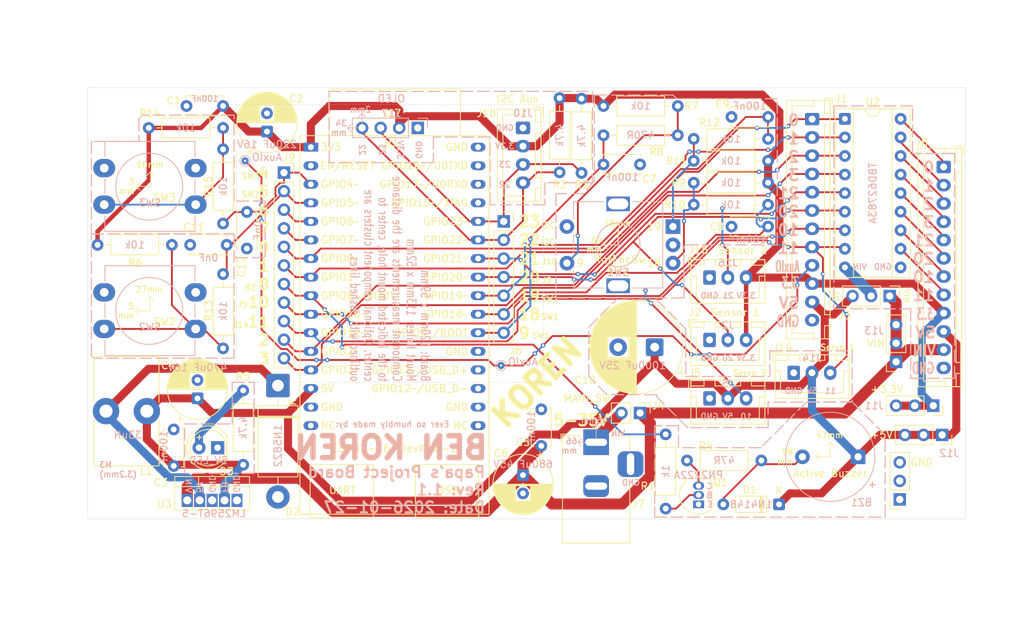
<source format=kicad_pcb>
(kicad_pcb (version 20241229) (generator "pcbnew") (generator_version "9.0")
  (title_block (title "Papa's Project Board (ESP32-C6-DevKitC-1-N8)") (date "2026-01-23") (rev "1.0") (company "Ben Koren"))
  (layers (0 "F.Cu" signal) (2 "B.Cu" signal) (13 "F.Paste" user) (15 "B.Paste" user) (5 "F.SilkS" user "F.Silkscreen") (7 "B.SilkS" user "B.Silkscreen") (1 "F.Mask" user) (3 "B.Mask" user) (25 "Edge.Cuts" user))
  (property "Rev" "1.1")
  (property "RevDate" "2026-01-27")
  (net 0 "")
  (net 1 "SPKR")
  (net 2 "+5V")
  (net 3 "+3.3V")
  (net 4 "GND")
  (net 5 "VIN")
  (net 6 "IO9")
  (net 7 "IO18")
  (net 8 "IO19")
  (net 9 "IO5")
  (net 10 "IO4")
  (net 11 "Net-(D2-K)")
  (net 12 "Net-(D3-A)")
  (net 13 "Net-(J3-Pin_2)")
  (net 14 "Net-(J4-Pin_2)")
  (net 15 "IO0")
  (net 16 "IO10")
  (net 17 "IO11")
  (net 18 "IO1")
  (net 19 "IO3")
  (net 20 "IO2")
  (net 21 "IO20")
  (net 22 "Net-(J8-Pin_1)")
  (net 23 "Net-(J8-Pin_8)")
  (net 24 "Net-(J8-Pin_4)")
  (net 25 "Net-(J8-Pin_2)")
  (net 26 "Net-(J8-Pin_7)")
  (net 27 "Net-(J8-Pin_3)")
  (net 28 "Net-(J8-Pin_6)")
  (net 29 "Net-(J8-Pin_5)")
  (net 30 "IO7")
  (net 31 "IO21")
  (net 32 "IO6")
  (net 33 "Net-(Q1-C)")
  (net 34 "Net-(Q1-B)")
  (net 35 "IO8")
  (net 36 "IO22")
  (net 37 "IO23")
  (net 38 "Net-(R13-Pad2)")
  (net 39 "Net-(R7-Pad2)")
  (net 40 "Net-(R10-Pad1)")
  (net 41 "Net-(R11-Pad2)")
  (net 42 "Net-(R14-Pad2)")
  (net 51 "AuxIO")
  (footprint "Connector_PinHeader_2.54mm:PinHeader_1x03_P2.54mm_Vertical" (layer "F.Cu") (at 166.12 60 -90)
    (property "Reference" "J3")
    (property "Value" "RLY_SLCT")
  )
  (footprint "Resistor_THT:R_Axial_DIN0207_L6.3mm_D2.5mm_P10.16mm_Horizontal" (layer "F.Cu") (at 57.84 53)
    (property "Reference" "R6")
    (property "Value" "10k")
  )
  (footprint "Resistor_THT:R_Axial_DIN0207_L6.3mm_D2.5mm_P10.16mm_Horizontal" (layer "F.Cu") (at 149.5 44.5 180)
    (property "Reference" "R9")
    (property "Value" "10k")
  )
  (footprint "Package_DIP:DIP-18_W7.62mm_Socket" (layer "F.Cu") (at 160 35.76)
    (property "Reference" "U2")
    (property "Value" "TBD62783A")
  )
  (footprint "Resistor_THT:R_Axial_DIN0207_L6.3mm_D2.5mm_P10.16mm_Horizontal" (layer "F.Cu") (at 149.5 41.5 180)
    (property "Reference" "R11")
    (property "Value" "10k")
  )
  (footprint "Capacitor_THT:C_Disc_D5.0mm_W2.5mm_P5.00mm" (layer "F.Cu") (at 75.5 53 180)
    (property "Reference" "C11")
    (property "Value" "0nF")
  )
  (footprint "Resistor_THT:R_Axial_DIN0207_L6.3mm_D2.5mm_P10.16mm_Horizontal" (layer "F.Cu") (at 77.75 83.08 90)
    (property "Reference" "R5")
    (property "Value" "4.7k")
  )
  (footprint "Capacitor_THT:C_Disc_D5.0mm_W2.5mm_P5.00mm" (layer "F.Cu") (at 68.25 83.25 90)
    (property "Reference" "C3")
    (property "Value" "100nF")
  )
  (footprint "Connector_PinSocket_2.54mm:PinSocket_1x03_P2.54mm_Vertical" (layer "F.Cu") (at 167.5 87.83 180)
    (property "Reference" "J15")
    (property "Value" "GND")
  )
  (footprint "Resistor_THT:R_Axial_DIN0207_L6.3mm_D2.5mm_P10.16mm_Horizontal" (layer "F.Cu") (at 64.84 37)
    (property "Reference" "R14")
    (property "Value" "10k")
  )
  (footprint "Resistor_THT:R_Axial_DIN0207_L6.3mm_D2.5mm_P10.16mm_Horizontal" (layer "F.Cu") (at 148.58 82.5 180)
    (property "Reference" "R4")
    (property "Value" "47R")
  )
  (footprint "Capacitor_THT:CP_Radial_D8.0mm_P2.50mm" (layer "F.Cu") (at 81 37.5 90)
    (property "Reference" "C2")
    (property "Value" "220uF 16V")
  )
  (footprint "LED_THT:LED_D5.0mm" (layer "F.Cu") (at 74.25 80.75 180)
    (property "Reference" "D3")
    (property "Value" "5V_LED")
  )
  (footprint "Capacitor_THT:C_Disc_D5.0mm_W2.5mm_P5.00mm" (layer "F.Cu") (at 78.25 48.5 -90)
    (property "Reference" "C12")
    (property "Value" "0nF")
  )
  (footprint "Capacitor_THT:CP_Radial_D8.0mm_P2.50mm" (layer "F.Cu") (at 71.5 74 90)
    (property "Reference" "C4")
    (property "Value" "470uF 16V")
  )
  (footprint "Resistor_THT:R_Axial_DIN0207_L6.3mm_D2.5mm_P10.16mm_Horizontal" (layer "F.Cu") (at 121 43.08 90)
    (property "Reference" "R2")
    (property "Value" "4.7k")
  )
  (footprint "Connector_PinSocket_2.54mm:PinSocket_1x11_P2.54mm_Vertical" (layer "F.Cu") (at 83.322 43.1155)
    (property "Reference" "J9")
    (property "Value" "LT")
  )
  (footprint "Connector_JST:JST_XH_B3B-XH-A_1x03_P2.50mm_Vertical" (layer "F.Cu") (at 153 70.5)
    (property "Reference" "J14")
    (property "Value" "Servo 1")
  )
  (footprint "Connector_JST:JST_XH_B3B-XH-A_1x03_P2.50mm_Vertical" (layer "F.Cu") (at 141.5 74)
    (property "Reference" "J5")
    (property "Value" "Servo 2")
  )
  (footprint "Resistor_THT:R_Axial_DIN0207_L6.3mm_D2.5mm_P10.16mm_Horizontal" (layer "F.Cu") (at 75 57 -90)
    (property "Reference" "R13")
    (property "Value" "10k")
  )
  (footprint "Connector_JST:JST_XH_B4B-XH-A_1x04_P2.50mm_Vertical" (layer "F.Cu") (at 116 37 -90)
    (property "Reference" "J10")
    (property "Value" "I2C Aux")
  )
  (footprint "Connector_JST:JST_XH_B12B-XH-A_1x12_P2.50mm_Vertical" (layer "F.Cu") (at 173.5 42.34 -90)
    (property "Reference" "J8")
    (property "Value" "RLY_OUT")
  )
  (footprint "Resistor_THT:R_Axial_DIN0207_L6.3mm_D2.5mm_P10.16mm_Horizontal" (layer "F.Cu") (at 135.5 89.08 90)
    (property "Reference" "R1")
    (property "Value" "1k")
  )
  (footprint "Connector_PinSocket_2.54mm:PinSocket_1x03_P2.54mm_Vertical" (layer "F.Cu") (at 173.29 79 -90)
    (property "Reference" "J12")
    (property "Value" "+5V")
  )
  (footprint "Package_TO_SOT_THT:TO-92_Inline" (layer "F.Cu") (at 140 88.5 90)
    (property "Reference" "Q1")
    (property "Value" "PN2222A")
  )
  (footprint "Capacitor_THT:C_Disc_D5.0mm_W2.5mm_P5.00mm" (layer "F.Cu") (at 118.5 80.5 90)
    (property "Reference" "C5")
    (property "Value" "100nF")
  )
  (footprint "Inductor_THT:L_Toroid_Vertical_L14.7mm_W8.6mm_P5.58mm_Pulse_KM-1" (layer "F.Cu") (at 59 75.75 90)
    (property "Reference" "L1")
    (property "Value" "33uH")
  )
  (footprint "Resistor_THT:R_Axial_DIN0207_L6.3mm_D2.5mm_P10.16mm_Horizontal" (layer "F.Cu") (at 127 34)
    (property "Reference" "R7")
    (property "Value" "10k")
  )
  (footprint "Connector_JST:JST_XH_B3B-XH-A_1x03_P2.50mm_Vertical" (layer "F.Cu") (at 141.5 57.475)
    (property "Reference" "J16")
    (property "Value" "Sensor 2")
  )
  (footprint "Resistor_THT:R_Axial_DIN0207_L6.3mm_D2.5mm_P10.16mm_Horizontal" (layer "F.Cu") (at 139.34 47.5)
    (property "Reference" "R10")
    (property "Value" "10k")
  )
  (footprint "Connector_PinSocket_2.54mm:PinSocket_1x03_P2.54mm_Vertical" (layer "F.Cu") (at 172.08 75 -90)
    (property "Reference" "J11")
    (property "Value" "+3.3V")
  )
  (footprint "MountingHole:MountingHole_3.2mm_M3" (layer "F.Cu") (at 60 35)
    (property "Reference" "H3" (hide yes))
    (property "Value" "MountingHole")
  )
  (footprint "Package_TO_SOT_THT:TO-220-5_Vertical" (layer "F.Cu") (at 70.1 87.95)
    (property "Reference" "U3")
    (property "Value" "LM2596T-5")
  )
  (footprint "Connector_JST:JST_XH_B12B-XH-A_1x12_P2.50mm_Vertical" (layer "F.Cu") (at 155.525 35.8 -90)
    (property "Reference" "J1")
    (property "Value" "GOOD")
  )
  (footprint "Capacitor_THT:C_Disc_D5.0mm_W2.5mm_P5.00mm" (layer "F.Cu") (at 75 34 180)
    (property "Reference" "C1")
    (property "Value" "100nF")
  )
  (footprint "Connector_PinSocket_2.54mm:PinSocket_1x03_P2.54mm_Vertical" (layer "F.Cu") (at 167 69 180)
    (property "Reference" "J13")
    (property "Value" "VIN")
  )
  (footprint "Resistor_THT:R_Axial_DIN0207_L6.3mm_D2.5mm_P10.16mm_Horizontal" (layer "F.Cu") (at 124 33 -90)
    (property "Reference" "R3")
    (property "Value" "4.7k")
  )
  (footprint "Capacitor_THT:C_Disc_D5.0mm_W2.5mm_P5.00mm" (layer "F.Cu") (at 149.5 50.5 180)
    (property "Reference" "C8")
    (property "Value" "100nF")
  )
  (footprint "Resistor_THT:R_Axial_DIN0207_L6.3mm_D2.5mm_P10.16mm_Horizontal" (layer "F.Cu") (at 137.16 38 180)
    (property "Reference" "R8")
    (property "Value" "470R")
  )
  (footprint "Connector_BarrelJack:BarrelJack_Horizontal" (layer "F.Cu") (at 126 80 90)
    (property "Reference" "J7")
    (property "Value" "Jack_MCU")
  )
  (footprint "Resistor_THT:R_Axial_DIN0207_L6.3mm_D2.5mm_P10.16mm_Horizontal" (layer "F.Cu") (at 139.34 38.5)
    (property "Reference" "R12")
    (property "Value" "10k")
  )
  (footprint "PCM_Espressif:ESP32-C6-DevKitC-1" (layer "F.Cu") (at 87 39.63)
    (property "Reference" "U1")
    (property "Value" "ESP32-C6-DevKitC-1")
  )
  (footprint "Connector_JST:JST_XH_B3B-XH-A_1x03_P2.50mm_Vertical" (layer "F.Cu") (at 141.5 66)
    (property "Reference" "J2")
    (property "Value" "Sensor 1")
  )
  (footprint "Capacitor_THT:CP_Radial_D12.5mm_P5.00mm" (layer "F.Cu") (at 134 67 180)
    (property "Reference" "C10")
    (property "Value" "1000uF 25V")
  )
  (footprint "MountingHole:MountingHole_3.2mm_M3" (layer "F.Cu") (at 60 87)
    (property "Reference" "H4" (hide yes))
    (property "Value" "MountingHole")
  )
  (footprint "Capacitor_THT:CP_Radial_D8.0mm_P2.50mm" (layer "F.Cu") (at 116 84.5 -90)
    (property "Reference" "C6")
    (property "Value" "680uF 45V")
  )
  (footprint "Connector_PinSocket_2.54mm:PinSocket_1x07_P2.54mm_Vertical" (layer "F.Cu") (at 113.36 49.79)
    (property "Reference" "J6")
    (property "Value" "RT")
  )
  (footprint "Diode_THT:D_DO-201AD_P15.24mm_Horizontal" (layer "F.Cu") (at 82.5 72.25 -90)
    (property "Reference" "D2")
    (property "Value" "1N5822")
  )
  (footprint "Resistor_THT:R_Axial_DIN0207_L6.3mm_D2.5mm_P10.16mm_Horizontal" (layer "F.Cu") (at 75 50.08 90)
    (property "Reference" "R15")
    (property "Value" "10k")
  )
  (footprint "Capacitor_THT:C_Disc_D5.0mm_W2.5mm_P5.00mm" (layer "F.Cu") (at 149.5 35.5 180)
    (property "Reference" "C9")
    (property "Value" "100nF")
  )
  (footprint "Capacitor_THT:C_Disc_D5.0mm_W2.5mm_P5.00mm" (layer "F.Cu") (at 127 42)
    (property "Reference" "C7")
    (property "Value" "100nF")
  )
  (footprint "MountingHole:MountingHole_3.2mm_M3" (layer "F.Cu") (at 173 87)
    (property "Reference" "H2" (hide yes))
    (property "Value" "MountingHole")
  )
  (footprint "Diode_THT:D_DO-35_SOD27_P7.62mm_Horizontal" (layer "F.Cu") (at 151 88.5 180)
    (property "Reference" "D1")
    (property "Value" "1N4148")
  )
  (footprint "MountingHole:MountingHole_3.2mm_M3" (layer "F.Cu") (at 173 35)
    (property "Reference" "H1" (hide yes))
    (property "Value" "MountingHole")
  )
  (footprint "Connector_PinHeader_2.54mm:PinHeader_1x02_P2.54mm_Vertical" (layer "F.Cu") (at 132 76 -90)
    (property "Reference" "J4")
    (property "Value" "MAIN_SW")
  )
  (footprint "Button_Switch_THT:SW_PUSH-12mm_Wuerth-430476085716" (layer "B.Cu") (at 71.25 42.5 180)
    (property "Reference" "SW3")
    (property "Value" "SW_IO8" (hide yes))
  )
  (footprint "TestPoint:TestPoint_Pad_D1.0mm" (layer "B.Cu") (at 113 69.5 180)
    (property "Reference" "J19")
    (property "Value" "AuxIO")
  )
  (footprint "Rotary_Encoder:RotaryEncoder_Alps_EC11E-Switch_Vertical_H20mm" (layer "B.Cu") (at 136.5 50.5 180)
    (property "Reference" "SW1")
    (property "Value" "RotEncSw")
  )
  (footprint "Button_Switch_THT:SW_PUSH-12mm_Wuerth-430476085716" (layer "B.Cu") (at 71.25 59.5 180)
    (property "Reference" "SW2")
    (property "Value" "SW_IO5" (hide yes))
  )
  (footprint "TestPoint:TestPoint_Pad_D1.0mm" (layer "B.Cu") (at 78 41.5 180)
    (property "Reference" "J18")
    (property "Value" "AuxIO")
  )
  (footprint "Buzzer_Beeper:Buzzer_12x9.5RM7.6" (layer "B.Cu") (at 161.8 82 180)
    (property "Reference" "BZ1")
    (property "Value" "Active Buzzer")
  )
  (footprint "Connector_PinSocket_2.54mm:PinSocket_1x04_P2.54mm_Vertical" (layer "B.Cu") (at 97.82 38.8 90)
    (property "Reference" "J17")
    (property "Value" "OLED")
  )
  (gr_line (start 156 82) (end 156.5 82.5) (stroke (width 0.1)) (layer "F.SilkS"))
  (gr_line (start 156 82) (end 156.5 81.5) (stroke (width 0.1)) (layer "F.SilkS"))
  (gr_line (start 129 51) (end 128.5 51.5) (stroke (width 0.1)) (layer "F.SilkS"))
  (gr_line (start 158 82) (end 158 80) (stroke (width 0.1)) (layer "F.SilkS"))
  (gr_line (start 65.1 43) (end 64.6 43.5) (stroke (width 0.1)) (layer "F.SilkS"))
  (gr_line (start 65.1 45) (end 63.1 45) (stroke (width 0.1)) (layer "F.SilkS"))
  (gr_line (start 63 62.04) (end 63.5 62.54) (stroke (width 0.1)) (layer "F.SilkS"))
  (gr_line (start 158 80) (end 158.5 80.5) (stroke (width 0.1)) (layer "F.SilkS"))
  (gr_line (start 129 51) (end 129.5 51.5) (stroke (width 0.1)) (layer "F.SilkS"))
  (gr_line (start 65 60.04) (end 64.5 60.54) (stroke (width 0.1)) (layer "F.SilkS"))
  (gr_line (start 65 62.04) (end 63 62.04) (stroke (width 0.1)) (layer "F.SilkS"))
  (gr_line (start 65.1 43) (end 65.6 43.5) (stroke (width 0.1)) (layer "F.SilkS"))
  (gr_line (start 127 53) (end 127.5 52.5) (stroke (width 0.1)) (layer "F.SilkS"))
  (gr_line (start 63 62.04) (end 63.5 61.54) (stroke (width 0.1)) (layer "F.SilkS"))
  (gr_line (start 129 53) (end 127 53) (stroke (width 0.1)) (layer "F.SilkS"))
  (gr_line (start 158 82) (end 156 82) (stroke (width 0.1)) (layer "F.SilkS"))
  (gr_line (start 158 80) (end 157.5 80.5) (stroke (width 0.1)) (layer "F.SilkS"))
  (gr_line (start 129 53) (end 129 51) (stroke (width 0.1)) (layer "F.SilkS"))
  (gr_line (start 63.1 45) (end 63.6 44.5) (stroke (width 0.1)) (layer "F.SilkS"))
  (gr_line (start 65.1 45) (end 65.1 43) (stroke (width 0.1)) (layer "F.SilkS"))
  (gr_line (start 65 62.04) (end 65 60.04) (stroke (width 0.1)) (layer "F.SilkS"))
  (gr_line (start 127 53) (end 127.5 53.5) (stroke (width 0.1)) (layer "F.SilkS"))
  (gr_line (start 63.1 45) (end 63.6 45.5) (stroke (width 0.1)) (layer "F.SilkS"))
  (gr_line (start 65 60.04) (end 65.5 60.54) (stroke (width 0.1)) (layer "F.SilkS"))
  (gr_line (start 94 35) (end 94.5 35.5) (stroke (width 0.1)) (layer "B.SilkS"))
  (gr_line (start 123.5 80) (end 124 80.5) (stroke (width 0.1)) (layer "B.SilkS"))
  (gr_line (start 92 37) (end 92.5 37.5) (stroke (width 0.1)) (layer "B.SilkS"))
  (gr_line (start 123.5 80) (end 124 79.5) (stroke (width 0.1)) (layer "B.SilkS"))
  (gr_line (start 126 80) (end 126 77.5) (stroke (width 0.1)) (layer "B.SilkS"))
  (gr_poly (pts (xy 134 77.75) (xy 134 88.75) (xy 134 90.25) (xy 165.5 90.25) (xy 165.5 79) (xy 161 74.5) (xy 154.75 74.5) (xy 148.5 80.75) (xy 137.25 80.75) (xy 137.25 77.75)) (stroke (width 0.15) (type dash)) (fill no) (layer "B.SilkS"))
  (gr_line (start 126 77.5) (end 126.5 78) (stroke (width 0.1)) (layer "B.SilkS"))
  (gr_poly (pts (xy 158.5 34) (xy 158.5 61.75) (xy 169 61.75) (xy 169 71.25) (xy 175 71.25) (xy 175 40.5) (xy 169.25 40.5) (xy 169.25 34)) (stroke (width 0.15) (type dash)) (fill no) (layer "B.SilkS"))
  (gr_line (start 94 37) (end 94 35) (stroke (width 0.1)) (layer "B.SilkS"))
  (gr_line (start 126 77.5) (end 125.5 78) (stroke (width 0.1)) (layer "B.SilkS"))
  (gr_poly (pts (xy 120.5 60.25) (xy 138 60.25) (xy 138 53.25) (xy 138.25 53) (xy 150.75 53) (xy 150.75 33) (xy 137 33) (xy 136.5 32.5) (xy 125.75 32.5) (xy 125.75 44.25) (xy 124.25 46) (xy 120.5 46)) (stroke (width 0.15) (type dash)) (fill no) (layer "B.SilkS"))
  (gr_poly (pts (xy 79.25 84.25) (xy 69.75 84.25) (xy 69.75 77.5) (xy 76.25 77.5) (xy 76.25 71.8) (xy 79.25 71.8)) (stroke (width 0.15) (type dash)) (fill no) (layer "B.SilkS"))
  (gr_line (start 92 37) (end 92.5 36.5) (stroke (width 0.1)) (layer "B.SilkS"))
  (gr_poly (pts (xy 161 74.5) (xy 149.5 74.5) (xy 149.5 78) (xy 138.5 78) (xy 134.25 73.75) (xy 134.25 73.5) (xy 127.5 73.5) (xy 125 71) (xy 125 64.25) (xy 128.75 60.5) (xy 134.25 60.5) (xy 138.25 64.5) (xy 138.25 71) (xy 149.75 71) (xy 149.75 67.5) (xy 161 67.5)) (stroke (width 0.15) (type dash)) (fill no) (layer "B.SilkS"))
  (gr_line (start 94 35) (end 93.5 35.5) (stroke (width 0.1)) (layer "B.SilkS"))
  (gr_poly (pts (xy 89.5 32) (xy 125.5 32) (xy 125.5 44.5) (xy 119 44.5) (xy 119 47.5) (xy 111.5 47.5) (xy 111.5 38.25) (xy 103.75 38.25) (xy 103.75 41.75) (xy 89.5 41.75)) (stroke (width 0.15) (type dash)) (fill no) (layer "B.SilkS"))
  (gr_line (start 94 37) (end 92 37) (stroke (width 0.1)) (layer "B.SilkS"))
  (gr_poly (pts (xy 80.5 54.75) (xy 80.75 54.5) (xy 80.75 47) (xy 76.5 47) (xy 76.5 35.25) (xy 73.82 35.25) (xy 64 35.25) (xy 63.5 35.75) (xy 63.5 38.85) (xy 57 38.85) (xy 57 51.5) (xy 76.5 51.5) (xy 76.5 54.5) (xy 76.75 54.75)) (stroke (width 0.15) (type dash)) (fill no) (layer "B.SilkS"))
  (gr_line (start 126 80) (end 123.5 80) (stroke (width 0.1)) (layer "B.SilkS"))
  (gr_poly (pts (xy 76.5 51.5) (xy 76.5 68.5) (xy 57.35 68.5) (xy 57 68.15) (xy 57 51.5)) (stroke (width 0.15) (type dash)) (fill no) (layer "B.SilkS"))
  (gr_rect (start 56.5 31.5) (end 176.5 90.5) (stroke (width 0.05)) (fill no) (layer "Edge.Cuts"))
  (gr_text "J14" (at 78.6 64.4 0) (layer "F.SilkS") (effects (font (size 0.8 0.8) (thickness 0.15) (bold yes)) (justify right bottom)))
  (gr_text "47mm" (at 157.9 79.5 0) (layer "F.SilkS") (effects (font (size 0.8 0.8) (thickness 0.15) (bold yes)) (justify bottom)))
  (gr_text "SW3" (at 80.072 44.043 0) (layer "F.SilkS") (effects (font (size 0.8 0.8) (thickness 0.15) (bold yes)) (justify right bottom)))
  (gr_text "J5" (at 78.422 61.593 0) (layer "F.SilkS") (effects (font (size 0.8 0.8) (thickness 0.15) (bold yes)) (justify right bottom)))
  (gr_text "5V" (at 159.25 60 90) (layer "F.SilkS") (effects (font (size 0.8 0.8) (thickness 0.15) (bold yes)) (justify bottom)))
  (gr_text "21" (at 115.257 54.8945 0) (layer "F.SilkS") (effects (font (size 1.5 1.5) (thickness 0.3) (bold yes)) (justify left)))
  (gr_text "9" (at 123.25 55.5 0) (layer "F.SilkS") (effects (font (size 1 1)) (justify left)))
  (gr_text "5-35V" (at 120 77 0) (layer "F.SilkS") (effects (font (size 1.5 1.5) (thickness 0.3) (bold yes)) (justify left)))
  (gr_text "2" (at 81.5 66.04 0) (layer "F.SilkS") (effects (font (size 1.5 1.5) (thickness 0.3) (bold yes)) (justify right)))
  (gr_text "5" (at 81.5 45.72 0) (layer "F.SilkS") (effects (font (size 1.5 1.5) (thickness 0.3) (bold yes)) (justify right)))
  (gr_text "SW1" (at 118.36 63.3475 0) (layer "F.SilkS") (effects (font (size 0.8 0.8) (thickness 0.15) (bold yes)) (justify left bottom)))
  (gr_text "0" (at 81.5 53.34 0) (layer "F.SilkS") (effects (font (size 1.5 1.5) (thickness 0.3) (bold yes)) (justify right)))
  (gr_text "8" (at 81.5 58.42 0) (layer "F.SilkS") (effects (font (size 1.5 1.5) (thickness 0.3) (bold yes)) (justify right)))
  (gr_text "19" (at 135 50.5 0) (layer "F.SilkS") (effects (font (size 1 1)) (justify right)))
  (gr_text "J16" (at 118.46 55.7475 0) (layer "F.SilkS") (effects (font (size 0.8 0.8) (thickness 0.15) (bold yes)) (justify left bottom)))
  (gr_text "BZ" (at 79.572 59.293 0) (layer "F.SilkS") (effects (font (size 0.8 0.8) (thickness 0.15) (bold yes)) (justify right bottom)))
  (gr_text "22" (at 115.257 52.3545 0) (layer "F.SilkS") (effects (font (size 1.5 1.5) (thickness 0.3) (bold yes)) (justify left)))
  (gr_text "10" (at 81.5 60.833 0) (layer "F.SilkS") (effects (font (size 1.5 1.5) (thickness 0.3) (bold yes)) (justify right)))
  (gr_text "19" (at 115.257 59.9745 0) (layer "F.SilkS") (effects (font (size 1.5 1.5) (thickness 0.3) (bold yes)) (justify left)))
  (gr_text "3" (at 81.5 68.58 0) (layer "F.SilkS") (effects (font (size 1.5 1.5) (thickness 0.3) (bold yes)) (justify right)))
  (gr_text "+" (at 71.75 79.75 0) (layer "F.SilkS") (effects (font (size 0.8 0.8) (thickness 0.15) (bold yes)) (justify bottom)))
  (gr_text "98\nmm" (at 153 82 0) (layer "F.SilkS") (effects (font (size 0.8 0.8) (thickness 0.15) (bold yes)) (justify right)))
  (gr_text "J2" (at 118.46 58.3475 0) (layer "F.SilkS") (effects (font (size 0.8 0.8) (thickness 0.15) (bold yes)) (justify left bottom)))
  (gr_text "SW2" (at 80.072 46.543 0) (layer "F.SilkS") (effects (font (size 0.8 0.8) (thickness 0.15) (bold yes)) (justify right bottom)))
  (gr_text "27mm" (at 64.9 59.54 0) (layer "F.SilkS") (effects (font (size 0.8 0.8) (thickness 0.15) (bold yes)) (justify bottom)))
  (gr_text "18" (at 115.257 62.5145 0) (layer "F.SilkS") (effects (font (size 1.5 1.5) (thickness 0.3) (bold yes)) (justify left)))
  (gr_text "10mm" (at 65 42.5 -0) (layer "F.SilkS") (effects (font (size 0.8 0.8) (thickness 0.15) (bold yes)) (justify bottom)))
  (gr_text "18mm" (at 128.9 50.5 0) (layer "F.SilkS") (effects (font (size 0.8 0.8) (thickness 0.15) (bold yes)) (justify bottom)))
  (gr_text "11" (at 81.5 63.5 0) (layer "F.SilkS") (effects (font (size 1.5 1.5) (thickness 0.3) (bold yes)) (justify right)))
  (gr_text "1" (at 81.5 55.88 0) (layer "F.SilkS") (effects (font (size 1.5 1.5) (thickness 0.3) (bold yes)) (justify right)))
  (gr_text "I2C" (at 118.36 53.0975 0) (layer "F.SilkS") (effects (font (size 0.8 0.8) (thickness 0.15) (bold yes)) (justify left bottom)))
  (gr_text "VIN" (at 168 60 270) (layer "F.SilkS") (effects (font (size 0.8 0.8) (thickness 0.15) (bold yes)) (justify bottom)))
  (gr_text "SW1" (at 117.11 65.8475 0) (layer "F.SilkS") (effects (font (size 0.8 0.8) (thickness 0.15) (bold yes)) (justify left bottom)))
  (gr_text "20" (at 115.257 57.4345 0) (layer "F.SilkS") (effects (font (size 1.5 1.5) (thickness 0.3) (bold yes)) (justify left)))
  (gr_text "18" (at 135 55.5 0) (layer "F.SilkS") (effects (font (size 1 1)) (justify right)))
  (gr_text "23" (at 115.257 49.8145 0) (layer "F.SilkS") (effects (font (size 1.5 1.5) (thickness 0.3) (bold yes)) (justify left)))
  (gr_text "KOREN" (at 111 76.25 45) (layer "F.SilkS") (effects (font (size 3 3) (thickness 0.75) (bold yes)) (justify left top)))
  (gr_text "SW1" (at 118.36 60.8475 0) (layer "F.SilkS") (effects (font (size 0.8 0.8) (thickness 0.15) (bold yes)) (justify left bottom)))
  (gr_text "9" (at 115.257 65.0545 0) (layer "F.SilkS") (effects (font (size 1.5 1.5) (thickness 0.3) (bold yes)) (justify left)))
  (gr_text "7" (at 81.5 50.8 0) (layer "F.SilkS") (effects (font (size 1.5 1.5) (thickness 0.3) (bold yes)) (justify right)))
  (gr_text "5\nmm" (at 63 45 0) (layer "F.SilkS") (effects (font (size 0.8 0.8) (thickness 0.15) (bold yes)) (justify right)))
  (gr_text "4" (at 81.5 43.18 0) (layer "F.SilkS") (effects (font (size 1.5 1.5) (thickness 0.3) (bold yes)) (justify right)))
  (gr_text "69\nmm" (at 126.9 53 0) (layer "F.SilkS") (effects (font (size 0.8 0.8) (thickness 0.15) (bold yes)) (justify right)))
  (gr_text "5\nmm" (at 62.9 62.04 0) (layer "F.SilkS") (effects (font (size 0.8 0.8) (thickness 0.15) (bold yes)) (justify right)))
  (gr_text "I2C" (at 118.36 50.3475 0) (layer "F.SilkS") (effects (font (size 0.8 0.8) (thickness 0.15) (bold yes)) (justify left)))
  (gr_text "6" (at 81.5 48.26 0) (layer "F.SilkS") (effects (font (size 1.5 1.5) (thickness 0.3) (bold yes)) (justify right)))
  (gr_text "GND" (at 73.5 87 270) (layer "B.SilkS") (effects (font (size 0.8 0.8) (thickness 0.15) (bold yes)) (justify left mirror)))
  (gr_text "5V" (at 172.58 65 -0) (layer "B.SilkS") (effects (font (size 1.5 1.5) (thickness 0.3) (bold yes)) (justify left mirror)))
  (gr_text "3.3" (at 172.38 62.5 -0) (layer "B.SilkS") (effects (font (size 1.5 1) (thickness 0.25) (bold yes)) (justify left mirror)))
  (gr_text "FB" (at 75.25 87 270) (layer "B.SilkS") (effects (font (size 0.8 0.8) (thickness 0.15) (bold yes)) (justify left mirror)))
  (gr_text "VIN" (at 172.58 67.5 -0) (layer "B.SilkS") (effects (font (size 1.5 1.3) (thickness 0.3) (bold yes)) (justify left mirror)))
  (gr_text "AuxIO" (at 153.905 55.96 0) (layer "B.SilkS") (effects (font (size 1.5 0.8) (thickness 0.2) (bold yes)) (justify left mirror)))
  (gr_text "VIN" (at 129 79.25 -0) (layer "B.SilkS") (effects (font (size 0.8 0.8) (thickness 0.15) (bold yes)) (justify bottom mirror)))
  (gr_text "GND" (at 130.75 86 0) (layer "B.SilkS") (effects (font (size 0.8 0.8) (thickness 0.15) (bold yes)) (justify bottom mirror)))
  (gr_text "3.3" (at 153.905 58.21 -0) (layer "B.SilkS") (effects (font (size 1.5 1) (thickness 0.25) (bold yes)) (justify left mirror)))
  (gr_text "23" (at 96.75 40 270) (layer "B.SilkS") (effects (font (size 0.8 0.8) (thickness 0.15) (bold yes)) (justify mirror)))
  (gr_text "1" (at 153.905 38.46 -0) (layer "B.SilkS") (effects (font (size 1.5 1.5) (thickness 0.3) (bold yes)) (justify left mirror)))
  (gr_text "21" (at 153.905 45.96 0) (layer "B.SilkS") (effects (font (size 1.5 1.5) (thickness 0.3) (bold yes)) (justify left mirror)))
  (gr_text "20" (at 144 68 -0) (layer "B.SilkS") (effects (font (size 0.8 0.8) (thickness 0.15) (bold yes)) (justify top mirror)))
  (gr_text "20" (at 153.905 48.46 0) (layer "B.SilkS") (effects (font (size 1.5 1.5) (thickness 0.3) (bold yes)) (justify left mirror)))
  (gr_text "10" (at 153.905 50.96 0) (layer "B.SilkS") (effects (font (size 1.5 1.5) (thickness 0.3) (bold yes)) (justify left mirror)))
  (gr_text "20" (at 172.38 54.9 0) (layer "B.SilkS") (effects (font (size 1.5 1.5) (thickness 0.3) (bold yes)) (justify left mirror)))
  (gr_text "GND" (at 172.38 69.9 -0) (layer "B.SilkS") (effects (font (size 1.5 1) (thickness 0.25) (bold yes)) (justify left mirror)))
  (gr_text "Papa's Project Board\nRev: ${Rev}\nDate: ${RevDate}" (at 111 86.5 0) (layer "B.SilkS") (effects (font (size 1.5 1.5) (thickness 0.3) (bold yes)) (justify left mirror)))
  (gr_text "0" (at 153.905 35.96 -0) (layer "B.SilkS") (effects (font (size 1.5 1.5) (thickness 0.3) (bold yes)) (justify left mirror)))
  (gr_text "BEN KOREN" (at 111.5 79 0) (layer "B.SilkS") (effects (font (size 3 3) (thickness 0.75) (bold yes)) (justify left top mirror)))
  (gr_text "21" (at 144 59.475 0) (layer "B.SilkS") (effects (font (size 0.8 0.8) (thickness 0.15) (bold yes)) (justify top mirror)))
  (gr_text "GND" (at 153.905 63.46 -0) (layer "B.SilkS") (effects (font (size 1.5 1) (thickness 0.25) (bold yes)) (justify left mirror)))
  (gr_text "GND" (at 153 72.5 0) (layer "B.SilkS") (effects (font (size 0.8 0.8) (thickness 0.15) (bold yes)) (justify top mirror)))
  (gr_text "3" (at 153.905 43.46 -0) (layer "B.SilkS") (effects (font (size 1.5 1.5) (thickness 0.3) (bold yes)) (justify left mirror)))
  (gr_text "0" (at 172.38 42.4 -0) (layer "B.SilkS") (effects (font (size 1.5 1.5) (thickness 0.3) (bold yes)) (justify left mirror)))
  (gr_text "66\nmm" (at 123.5 80.5 0) (layer "B.SilkS") (effects (font (size 0.8 0.8) (thickness 0.15) (bold yes)) (justify left mirror)))
  (gr_text "M3\n(3.2mm)" (at 58 83.75 0) (layer "B.SilkS") (effects (font (size 0.8 0.8) (thickness 0.15) (bold yes)) (justify right mirror)))
  (gr_text "5V" (at 71.75 87 270) (layer "B.SilkS") (effects (font (size 0.8 0.8) (thickness 0.15) (bold yes)) (justify left mirror)))
  (gr_text "Ever so humbly made by:" (at 106 78 0) (layer "B.SilkS") (effects (font (size 0.8 0.8) (thickness 0.15) (bold yes)) (justify left bottom mirror)))
  (gr_text "3.3V" (at 99.25 40 270) (layer "B.SilkS") (effects (font (size 0.8 0.8) (thickness 0.15) (bold yes)) (justify mirror)))
  (gr_text "GND" (at 141.5 76 0) (layer "B.SilkS") (effects (font (size 0.8 0.8) (thickness 0.15) (bold yes)) (justify top mirror)))
  (gr_text "11" (at 158 72.5 0) (layer "B.SilkS") (effects (font (size 0.8 0.8) (thickness 0.15) (bold yes)) (justify top mirror)))
  (gr_text "VIN" (at 161 56 0) (layer "B.SilkS") (effects (font (size 0.8 0.8) (thickness 0.15) (bold yes)) (justify right mirror)))
  (gr_text "11" (at 153.905 53.46 0) (layer "B.SilkS") (effects (font (size 1.5 1.5) (thickness 0.3) (bold yes)) (justify left mirror)))
  (gr_text "GND" (at 141.5 68 0) (layer "B.SilkS") (effects (font (size 0.8 0.8) (thickness 0.15) (bold yes)) (justify top mirror)))
  (gr_text "23" (at 113.5 42 0) (layer "B.SilkS") (effects (font (size 0.8 0.8) (thickness 0.15) (bold yes)) (justify mirror)))
  (gr_text "E" (at 142 88.5 0) (layer "B.SilkS") (effects (font (size 0.8 0.8) (thickness 0.15) (bold yes)) (justify left mirror)))
  (gr_text "VIN" (at 70.25 87 270) (layer "B.SilkS") (effects (font (size 0.8 0.8) (thickness 0.15) (bold yes)) (justify left mirror)))
  (gr_text "5V" (at 155.5 72.5 0) (layer "B.SilkS") (effects (font (size 0.8 0.8) (thickness 0.15) (bold yes)) (justify top mirror)))
  (gr_text "10" (at 172.38 57.4 0) (layer "B.SilkS") (effects (font (size 1.5 1.5) (thickness 0.3) (bold yes)) (justify left mirror)))
  (gr_text "11" (at 172.38 59.9 0) (layer "B.SilkS") (effects (font (size 1.5 1.5) (thickness 0.3) (bold yes)) (justify left mirror)))
  (gr_text "1" (at 172.38 44.9 -0) (layer "B.SilkS") (effects (font (size 1.5 1.5) (thickness 0.3) (bold yes)) (justify left mirror)))
  (gr_text "3.3V" (at 113.5 39.5 0) (layer "B.SilkS") (effects (font (size 0.8 0.8) (thickness 0.15) (bold yes)) (justify mirror)))
  (gr_text "GND" (at 101.75 40 270) (layer "B.SilkS") (effects (font (size 0.8 0.8) (thickness 0.15) (bold yes)) (justify mirror)))
  (gr_text "GND" (at 141.5 59.475 0) (layer "B.SilkS") (effects (font (size 0.8 0.8) (thickness 0.15) (bold yes)) (justify top mirror)))
  (gr_text "2" (at 172.38 47.4 -0) (layer "B.SilkS") (effects (font (size 1.5 1.5) (thickness 0.3) (bold yes)) (justify left mirror)))
  (gr_text "GND" (at 76.8 87 270) (layer "B.SilkS") (effects (font (size 0.8 0.8) (thickness 0.15) (bold yes)) (justify left mirror)))
  (gr_text "2mm" (at 93.77 34.96 0) (layer "B.SilkS") (effects (font (size 0.8 0.8) (thickness 0.15) (bold yes)) (justify bottom mirror)))
  (gr_text "10" (at 146.5 76 0) (layer "B.SilkS") (effects (font (size 0.8 0.8) (thickness 0.15) (bold yes)) (justify top mirror)))
  (gr_text "3.3V" (at 146.5 68 0) (layer "B.SilkS") (effects (font (size 0.8 0.8) (thickness 0.15) (bold yes)) (justify top mirror)))
  (gr_text "Board: 120mm x 59mm\nMount Holes: 113mm x 52mm\nComponent measurements are the distance\nto the indicated mount hole, center to\ncenter. Optional component clusters are\noutlined with dashed lines." (at 97.82 71.8 270) (layer "B.SilkS") (effects (font (size 1.2 0.85) (thickness 0.15) (bold yes)) (justify left mirror)))
  (gr_text "22" (at 94 40 -90) (layer "B.SilkS") (effects (font (size 0.8 0.8) (thickness 0.15) (bold yes)) (justify mirror)))
  (gr_text "5V" (at 144 76 0) (layer "B.SilkS") (effects (font (size 0.8 0.8) (thickness 0.15) (bold yes)) (justify top mirror)))
  (gr_text "3.3V" (at 146.5 59.475 0) (layer "B.SilkS") (effects (font (size 0.8 0.8) (thickness 0.15) (bold yes)) (justify top mirror)))
  (gr_text "21" (at 172.38 52.4 0) (layer "B.SilkS") (effects (font (size 1.5 1.5) (thickness 0.3) (bold yes)) (justify left mirror)))
  (gr_text "3" (at 172.38 49.9 -0) (layer "B.SilkS") (effects (font (size 1.5 1.5) (thickness 0.3) (bold yes)) (justify left mirror)))
  (gr_text "GND" (at 113.5 37 0) (layer "B.SilkS") (effects (font (size 0.8 0.8) (thickness 0.15) (bold yes)) (justify mirror)))
  (gr_text "2" (at 153.905 40.96 -0) (layer "B.SilkS") (effects (font (size 1.5 1.5) (thickness 0.3) (bold yes)) (justify left mirror)))
  (gr_text "34\nmm" (at 92 37 0) (layer "B.SilkS") (effects (font (size 0.8 0.8) (thickness 0.15) (bold yes)) (justify left mirror)))
  (gr_text "GND" (at 166.5 56 0) (layer "B.SilkS") (effects (font (size 0.8 0.8) (thickness 0.15) (bold yes)) (justify left mirror)))
  (gr_text "45mm" (at 125.77 77.5 0) (layer "B.SilkS") (effects (font (size 0.8 0.8) (thickness 0.15) (bold yes)) (justify bottom mirror)))
  (gr_text "B" (at 142 87.25 0) (layer "B.SilkS") (effects (font (size 0.8 0.8) (thickness 0.15) (bold yes)) (justify left mirror)))
  (gr_text "C" (at 142 86 0) (layer "B.SilkS") (effects (font (size 0.8 0.8) (thickness 0.15) (bold yes)) (justify left mirror)))
  (gr_text "22" (at 113.5 44.75 0) (layer "B.SilkS") (effects (font (size 0.8 0.8) (thickness 0.15) (bold yes)) (justify mirror)))
  (gr_text "5V" (at 153.905 60.96 -0) (layer "B.SilkS") (effects (font (size 1.5 1.5) (thickness 0.3) (bold yes)) (justify left mirror)))
  (segment (start 148.58 82.5) (end 143.38 87.7) (width 0.25) (layer "F.Cu") (net 1))
  (segment (start 153.2 83) (end 154.2 82) (width 0.25) (layer "F.Cu") (net 1))
  (segment (start 148.58 82.5) (end 149.08 83) (width 0.25) (layer "F.Cu") (net 1))
  (segment (start 149.08 83) (end 153.2 83) (width 0.25) (layer "F.Cu") (net 1))
  (segment (start 143.38 87.7) (end 143.38 88.5) (width 0.25) (layer "F.Cu") (net 1))
  (segment (start 158.514 62.526) (end 161.04 60) (width 1.1) (layer "F.Cu") (net 2))
  (segment (start 145.726 72.274) (end 153.973556 72.274) (width 1.1) (layer "F.Cu") (net 2))
  (segment (start 64.58 79.58) (end 64.58 75.75) (width 1.1) (layer "F.Cu") (net 2))
  (segment (start 117.857554 78.949) (end 120.949 78.949) (width 1.1) (layer "F.Cu") (net 2))
  (segment (start 157.251 62.526) (end 155.525 60.8) (width 1.1) (layer "F.Cu") (net 2))
  (segment (start 164.8 79) (end 168.21 79) (width 1.1) (layer "F.Cu") (net 2))
  (segment (start 71.5 74) (end 66.33 74) (width 1.1) (layer "F.Cu") (net 2))
  (segment (start 91 88) (end 108.806554 88) (width 1.1) (layer "F.Cu") (net 2))
  (segment (start 156.8 87) (end 161.8 82) (width 1.1) (layer "F.Cu") (net 2))
  (segment (start 175.226 66.566) (end 173.5 64.84) (width 1.1) (layer "F.Cu") (net 2))
  (segment (start 170.75 79) (end 173.29 79) (width 1.1) (layer "F.Cu") (net 2))
  (segment (start 134 69) (end 134 67) (width 1.1) (layer "F.Cu") (net 2))
  (segment (start 122.501 77.499) (end 125.501 77.499) (width 1.1) (layer "F.Cu") (net 2))
  (segment (start 77.75 83.08) (end 68.42 83.08) (width 1.1) (layer "F.Cu") (net 2))
  (segment (start 174.5 79) (end 175.226 78.274) (width 1.1) (layer "F.Cu") (net 2))
  (segment (start 168.21 79) (end 168.42 78.79) (width 1.1) (layer "F.Cu") (net 2))
  (segment (start 83.879397 80.879397) (end 91 88) (width 1.1) (layer "F.Cu") (net 2))
  (segment (start 155.5 70.5) (end 157.251 68.749) (width 1.1) (layer "F.Cu") (net 2))
  (segment (start 120.949 78.949) (end 121 79) (width 1.1) (layer "F.Cu") (net 2))
  (segment (start 175.226 78.274) (end 175.226 66.566) (width 1.1) (layer "F.Cu") (net 2))
  (segment (start 83.879397 76) (end 87 72.879397) (width 1.1) (layer "F.Cu") (net 2))
  (segment (start 73.5 76) (end 83.879397 76) (width 1.1) (layer "F.Cu") (net 2))
  (segment (start 152.5 87) (end 156.8 87) (width 1.1) (layer "F.Cu") (net 2))
  (segment (start 68.42 83.08) (end 68.25 83.25) (width 1.1) (layer "F.Cu") (net 2))
  (segment (start 153.973556 72.274) (end 155.5 70.747556) (width 1.1) (layer "F.Cu") (net 2))
  (segment (start 125.501 77.499) (end 134 69) (width 1.1) (layer "F.Cu") (net 2))
  (segment (start 168.21 79) (end 170.75 79) (width 1.1) (layer "F.Cu") (net 2))
  (segment (start 157.251 62.526) (end 158.514 62.526) (width 1.1) (layer "F.Cu") (net 2))
  (segment (start 66.33 74) (end 64.58 75.75) (width 1.1) (layer "F.Cu") (net 2))
  (segment (start 121 79) (end 122.501 77.499) (width 1.1) (layer "F.Cu") (net 2))
  (segment (start 87 72.879397) (end 87 72.65) (width 1.1) (layer "F.Cu") (net 2))
  (segment (start 144 74) (end 145.726 72.274) (width 1.1) (layer "F.Cu") (net 2))
  (segment (start 151 88.5) (end 152.5 87) (width 1.1) (layer "F.Cu") (net 2))
  (segment (start 155.5 70.747556) (end 155.5 70.5) (width 1.1) (layer "F.Cu") (net 2))
  (segment (start 173.29 79) (end 174.5 79) (width 1.1) (layer "F.Cu") (net 2))
  (segment (start 144 74) (end 144 73.752444) (width 1.1) (layer "F.Cu") (net 2))
  (segment (start 144 73.752444) (end 142.247556 72) (width 1.1) (layer "F.Cu") (net 2))
  (segment (start 161.8 82) (end 164.8 79) (width 1.1) (layer "F.Cu") (net 2))
  (segment (start 137 72) (end 134 69) (width 1.1) (layer "F.Cu") (net 2))
  (segment (start 108.806554 88) (end 117.857554 78.949) (width 1.1) (layer "F.Cu") (net 2))
  (segment (start 83.879397 76) (end 83.879397 80.879397) (width 1.1) (layer "F.Cu") (net 2))
  (segment (start 142.247556 72) (end 137 72) (width 1.1) (layer "F.Cu") (net 2))
  (segment (start 68.25 83.25) (end 64.58 79.58) (width 1.1) (layer "F.Cu") (net 2))
  (segment (start 71.5 74) (end 73.5 76) (width 1.1) (layer "F.Cu") (net 2))
  (segment (start 157.251 68.749) (end 157.251 62.526) (width 1.1) (layer "F.Cu") (net 2))
  (segment (start 161.8 82) (end 155.5 75.7) (width 1.1) (layer "B.Cu") (net 2))
  (segment (start 155.5 75.7) (end 155.5 70.5) (width 1.1) (layer "B.Cu") (net 2))
  (segment (start 75.2 85.63) (end 77.75 83.08) (width 1.1) (layer "B.Cu") (net 2))
  (segment (start 75.2 87.95) (end 75.2 85.63) (width 1.1) (layer "B.Cu") (net 2))
  (segment (start 72 37) (end 64.84 37) (width 0.6) (layer "F.Cu") (net 3))
  (segment (start 64.84 37) (end 64.84 44.16) (width 0.6) (layer "F.Cu") (net 3))
  (segment (start 121 32.92) (end 123.92 32.92) (width 1.1) (layer "F.Cu") (net 3))
  (segment (start 155.525 58.3) (end 169.46 58.3) (width 1.1) (layer "F.Cu") (net 3))
  (segment (start 146.5 57.475) (end 154.7 57.475) (width 1.1) (layer "F.Cu") (net 3))
  (segment (start 151.051 52.924) (end 146.5 57.475) (width 1.1) (layer "F.Cu") (net 3))
  (segment (start 151.051 46.051) (end 151.051 52.924) (width 1.1) (layer "F.Cu") (net 3))
  (segment (start 114.175 39.5) (end 116 39.5) (width 1.1) (layer "F.Cu") (net 3))
  (segment (start 124 33) (end 126 33) (width 1.1) (layer "F.Cu") (net 3))
  (segment (start 116 39.5) (end 117.825 39.5) (width 1.1) (layer "F.Cu") (net 3))
  (segment (start 146.5 57.475) (end 146.5 66) (width 0.6) (layer "F.Cu") (net 3))
  (segment (start 99.08 37) (end 99.08 36.338) (width 1.1) (layer "F.Cu") (net 3))
  (segment (start 169.54 75) (end 167 75) (width 1.1) (layer "F.Cu") (net 3))
  (segment (start 128.551 32.449) (end 148.699 32.449) (width 1.1) (layer "F.Cu") (net 3))
  (segment (start 99.08 34.58) (end 99.08 37) (width 1.1) (layer "F.Cu") (net 3))
  (segment (start 78.5 37.5) (end 75 34) (width 1.1) (layer "F.Cu") (net 3))
  (segment (start 110.074 35.399) (end 114.175 39.5) (width 1.1) (layer "F.Cu") (net 3))
  (segment (start 117.825 39.5) (end 121 36.325) (width 1.1) (layer "F.Cu") (net 3))
  (segment (start 100.019 35.399) (end 110.074 35.399) (width 1.1) (layer "F.Cu") (net 3))
  (segment (start 172.08 75) (end 169.54 75) (width 1.1) (layer "F.Cu") (net 3))
  (segment (start 99.08 36.338) (end 100.019 35.399) (width 1.1) (layer "F.Cu") (net 3))
  (segment (start 151.051 34.801) (end 151.051 39.949) (width 1.1) (layer "F.Cu") (net 3))
  (segment (start 127 34) (end 128.551 32.449) (width 1.1) (layer "F.Cu") (net 3))
  (segment (start 83.13 39.63) (end 81 37.5) (width 1.1) (layer "F.Cu") (net 3))
  (segment (start 81 37.5) (end 78.5 37.5) (width 1.1) (layer "F.Cu") (net 3))
  (segment (start 75 34) (end 72 37) (width 0.6) (layer "F.Cu") (net 3))
  (segment (start 148.699 32.449) (end 151.051 34.801) (width 1.1) (layer "F.Cu") (net 3))
  (segment (start 87 36.5) (end 89.5 34) (width 1.1) (layer "F.Cu") (net 3))
  (segment (start 87 39.63) (end 87 36.5) (width 1.1) (layer "F.Cu") (net 3))
  (segment (start 57.84 51.16) (end 57.84 53) (width 0.6) (layer "F.Cu") (net 3))
  (segment (start 149.5 44.5) (end 151.051 46.051) (width 1.1) (layer "F.Cu") (net 3))
  (segment (start 154.7 57.475) (end 155.525 58.3) (width 1.1) (layer "F.Cu") (net 3))
  (segment (start 98.5 34) (end 99.08 34.58) (width 1.1) (layer "F.Cu") (net 3))
  (segment (start 123.92 32.92) (end 124 33) (width 1.1) (layer "F.Cu") (net 3))
  (segment (start 121 36.325) (end 121 32.92) (width 1.1) (layer "F.Cu") (net 3))
  (segment (start 64.84 44.16) (end 57.84 51.16) (width 0.6) (layer "F.Cu") (net 3))
  (segment (start 169.46 58.3) (end 173.5 62.34) (width 1.1) (layer "F.Cu") (net 3))
  (segment (start 89.5 34) (end 98.5 34) (width 1.1) (layer "F.Cu") (net 3))
  (segment (start 87 39.63) (end 83.13 39.63) (width 1.1) (layer "F.Cu") (net 3))
  (segment (start 151.051 39.949) (end 149.5 41.5) (width 1.1) (layer "F.Cu") (net 3))
  (segment (start 126 33) (end 127 34) (width 1.1) (layer "F.Cu") (net 3))
  (segment (start 149.5 41.5) (end 149.5 44.5) (width 1.1) (layer "F.Cu") (net 3))
  (segment (start 170.5 65.34) (end 170.5 73.42) (width 1.1) (layer "B.Cu") (net 3))
  (segment (start 173.5 62.34) (end 170.5 65.34) (width 1.1) (layer "B.Cu") (net 3))
  (segment (start 170.5 73.42) (end 172.08 75) (width 1.1) (layer "B.Cu") (net 3))
  (segment (start 85.49 84.939) (end 71.259 84.939) (width 1.5) (layer "F.Cu") (net 5))
  (segment (start 132 76) (end 133.401 77.401) (width 1.5) (layer "F.Cu") (net 5))
  (segment (start 133.401 84.638652) (end 129.588652 88.451) (width 1.5) (layer "F.Cu") (net 5))
  (segment (start 116 84.5) (end 111.051 89.449) (width 1.5) (layer "F.Cu") (net 5))
  (segment (start 71.259 84.939) (end 70.1 86.098) (width 1.5) (layer "F.Cu") (net 5))
  (segment (start 116 83) (end 118.5 80.5) (width 1.5) (layer "F.Cu") (net 5))
  (segment (start 129.588652 88.451) (end 119.951 88.451) (width 1.5) (layer "F.Cu") (net 5))
  (segment (start 167 60.88) (end 166.12 60) (width 1.5) (layer "F.Cu") (net 5))
  (segment (start 167 66.46) (end 167 63.92) (width 1.5) (layer "F.Cu") (net 5))
  (segment (start 119.951 88.451) (end 116 84.5) (width 1.5) (layer "F.Cu") (net 5))
  (segment (start 168.66 67.34) (end 173.5 67.34) (width 1.5) (layer "F.Cu") (net 5))
  (segment (start 116 84.5) (end 116 83) (width 1.5) (layer "F.Cu") (net 5))
  (segment (start 167 69) (end 168.66 67.34) (width 1.5) (layer "F.Cu") (net 5))
  (segment (start 111.051 89.449) (end 90 89.449) (width 1.5) (layer "F.Cu") (net 5))
  (segment (start 160 76) (end 167 69) (width 1.5) (layer "F.Cu") (net 5))
  (segment (start 132 76) (end 160 76) (width 1.5) (layer "F.Cu") (net 5))
  (segment (start 167 69) (end 167 66.46) (width 1.5) (layer "F.Cu") (net 5))
  (segment (start 90 89.449) (end 85.49 84.939) (width 1.5) (layer "F.Cu") (net 5))
  (segment (start 167 63.92) (end 167 60.88) (width 1.5) (layer "F.Cu") (net 5))
  (segment (start 133.401 77.401) (end 133.401 84.638652) (width 1.5) (layer "F.Cu") (net 5))
  (segment (start 70.1 86.098) (end 70.1 87.95) (width 1.5) (layer "F.Cu") (net 5))
  (segment (start 109.86 65.03) (end 113.36 65.03) (width 0.25) (layer "F.Cu") (net 6))
  (segment (start 117 52.25) (end 117 52) (width 0.25) (layer "F.Cu") (net 6))
  (segment (start 127 42) (end 127 38) (width 0.25) (layer "F.Cu") (net 6))
  (segment (start 117 52) (end 127 42) (width 0.25) (layer "F.Cu") (net 6))
  (via (at 117 52.25) (size 0.6) (drill 0.3) (layers "F.Cu" "B.Cu") (net 6))
  (segment (start 113.36 65.03) (end 117 61.39) (width 0.25) (layer "B.Cu") (net 6))
  (segment (start 117 61.39) (end 117 52.25) (width 0.25) (layer "B.Cu") (net 6))
  (segment (start 113.36 62.39) (end 116.25 59.5) (width 0.25) (layer "F.Cu") (net 7))
  (segment (start 127.340425 56.826) (end 137.049248 56.826) (width 0.25) (layer "F.Cu") (net 7))
  (segment (start 137.687376 56.312624) (end 142.374 51.626) (width 0.25) (layer "F.Cu") (net 7))
  (segment (start 113.36 62.49) (end 113.36 62.39) (width 0.25) (layer "F.Cu") (net 7))
  (segment (start 137.049248 56.826) (end 137.562624 56.312624) (width 0.25) (layer "F.Cu") (net 7))
  (segment (start 142.374 51.626) (end 148.374 51.626) (width 0.25) (layer "F.Cu") (net 7))
  (segment (start 109.86 62.49) (end 113.36 62.49) (width 0.25) (layer "F.Cu") (net 7))
  (segment (start 116.25 59.5) (end 124.666425 59.5) (width 0.25) (layer "F.Cu") (net 7))
  (segment (start 148.374 51.626) (end 149.5 50.5) (width 0.25) (layer "F.Cu") (net 7))
  (segment (start 124.666425 59.5) (end 127.340425 56.826) (width 0.25) (layer "F.Cu") (net 7))
  (segment (start 137.562624 56.312624) (end 137.687376 56.312624) (width 0.25) (layer "F.Cu") (net 7))
  (segment (start 147.947 49.053) (end 147.947 50.07837) (width 0.25) (layer "B.Cu") (net 7))
  (segment (start 149.5 47.5) (end 147.947 49.053) (width 0.25) (layer "B.Cu") (net 7))
  (segment (start 148.36863 50.5) (end 149.5 50.5) (width 0.25) (layer "B.Cu") (net 7))
  (segment (start 147.947 50.07837) (end 148.36863 50.5) (width 0.25) (layer "B.Cu") (net 7))
  (segment (start 138.214 41.286) (end 138.214 40.786) (width 0.25) (layer "F.Cu") (net 8))
  (segment (start 141.715428 40.25) (end 146.465428 35.5) (width 0.25) (layer "F.Cu") (net 8))
  (segment (start 116.304323 53) (end 121.75 53) (width 0.25) (layer "F.Cu") (net 8))
  (segment (start 109.86 59.95) (end 113.36 59.95) (width 0.25) (layer "F.Cu") (net 8))
  (segment (start 116.258323 52.954) (end 116.304323 53) (width 0.25) (layer "F.Cu") (net 8))
  (segment (start 138.214 40.786) (end 138.75 40.25) (width 0.25) (layer "F.Cu") (net 8))
  (segment (start 121.75 53) (end 126.5 53) (width 0.25) (layer "F.Cu") (net 8))
  (segment (start 146.465428 35.5) (end 149.5 35.5) (width 0.25) (layer "F.Cu") (net 8))
  (segment (start 149.5 35.5) (end 149.5 38.5) (width 0.25) (layer "F.Cu") (net 8))
  (segment (start 126.5 53) (end 138.214 41.286) (width 0.25) (layer "F.Cu") (net 8))
  (segment (start 140 40.25) (end 141.715428 40.25) (width 0.25) (layer "F.Cu") (net 8))
  (via (at 138.75 40.25) (size 0.6) (drill 0.3) (layers "F.Cu" "B.Cu") (net 8))
  (via (at 116.258323 52.954) (size 0.6) (drill 0.3) (layers "F.Cu" "B.Cu") (net 8))
  (via (at 140 40.25) (size 0.6) (drill 0.3) (layers "F.Cu" "B.Cu") (net 8))
  (segment (start 116.258323 57.051677) (end 113.36 59.95) (width 0.25) (layer "B.Cu") (net 8))
  (segment (start 138.75 40.25) (end 140 40.25) (width 0.25) (layer "B.Cu") (net 8))
  (segment (start 116.258323 52.954) (end 116.258323 57.051677) (width 0.25) (layer "B.Cu") (net 8))
  (segment (start 84.9165 47.25) (end 87 47.25) (width 0.25) (layer "F.Cu") (net 9))
  (segment (start 83.322 45.6555) (end 83.322 45.770405) (width 0.25) (layer "F.Cu") (net 9))
  (segment (start 75.5 56.5) (end 75 57) (width 0.25) (layer "F.Cu") (net 9))
  (segment (start 83.322 45.770405) (end 76.092405 53) (width 0.25) (layer "F.Cu") (net 9))
  (segment (start 76.092405 53) (end 75.5 53) (width 0.25) (layer "F.Cu") (net 9))
  (segment (start 75.5 53) (end 75.5 56.5) (width 0.25) (layer "F.Cu") (net 9))
  (segment (start 83.322 45.6555) (end 84.9165 47.25) (width 0.25) (layer "F.Cu") (net 9))
  (segment (start 83.322 43.1155) (end 83.322 44.4795) (width 0.25) (layer "F.Cu") (net 10))
  (segment (start 82.146 46.142616) (end 82.280608 46.277225) (width 0.25) (layer "F.Cu") (net 10))
  (segment (start 76.58 48.5) (end 75 50.08) (width 0.25) (layer "F.Cu") (net 10))
  (segment (start 82.146 45.168384) (end 82.146 46.142616) (width 0.25) (layer "F.Cu") (net 10))
  (segment (start 78.25 48.5) (end 76.58 48.5) (width 0.25) (layer "F.Cu") (net 10))
  (segment (start 85.4055 43.1155) (end 87 44.71) (width 0.25) (layer "F.Cu") (net 10))
  (segment (start 82.834884 44.4795) (end 82.146 45.168384) (width 0.25) (layer "F.Cu") (net 10))
  (segment (start 80.120333 48.4375) (end 78 48.4375) (width 0.25) (layer "F.Cu") (net 10))
  (segment (start 83.322 44.4795) (end 82.834884 44.4795) (width 0.25) (layer "F.Cu") (net 10))
  (segment (start 82.280608 46.277225) (end 80.120333 48.4375) (width 0.25) (layer "F.Cu") (net 10))
  (segment (start 83.322 43.1155) (end 85.4055 43.1155) (width 0.25) (layer "F.Cu") (net 10))
  (segment (start 80.199 69.949) (end 82.5 72.25) (width 1.1) (layer "F.Cu") (net 11))
  (segment (start 64.801 69.949) (end 80.199 69.949) (width 1.1) (layer "F.Cu") (net 11))
  (segment (start 59 75.75) (end 64.801 69.949) (width 1.1) (layer "F.Cu") (net 11))
  (segment (start 59 76.193446) (end 59 75.75) (width 1.1) (layer "B.Cu") (net 11))
  (segment (start 71.8 87.95) (end 71.8 86.498) (width 1.1) (layer "B.Cu") (net 11))
  (segment (start 67.607554 84.801) (end 59 76.193446) (width 1.1) (layer "B.Cu") (net 11))
  (segment (start 71.8 86.498) (end 70.103 84.801) (width 1.1) (layer "B.Cu") (net 11))
  (segment (start 70.103 84.801) (end 67.607554 84.801) (width 1.1) (layer "B.Cu") (net 11))
  (segment (start 77.75 72.92) (end 71.71 78.96) (width 1.1) (layer "B.Cu") (net 12))
  (segment (start 71.71 78.96) (end 71.71 80.75) (width 1.1) (layer "B.Cu") (net 12))
  (segment (start 160 56.08) (end 163.58 59.66) (width 1.5) (layer "B.Cu") (net 13))
  (segment (start 163.58 59.66) (end 163.58 60) (width 1.5) (layer "B.Cu") (net 13))
  (segment (start 126 79.46) (end 129.46 76) (width 1.5) (layer "F.Cu") (net 14))
  (segment (start 126 80) (end 126 79.46) (width 1.5) (layer "F.Cu") (net 14))
  (segment (start 159.96 35.8) (end 160 35.76) (width 0.25) (layer "F.Cu") (net 15))
  (segment (start 126.674405 53.506) (end 137.554405 42.626) (width 0.25) (layer "F.Cu") (net 15))
  (segment (start 155.525 35.8) (end 159.96 35.8) (width 0.25) (layer "F.Cu") (net 15))
  (segment (start 87 54.87) (end 88.364 53.506) (width 0.25) (layer "F.Cu") (net 15))
  (segment (start 84.9165 54.87) (end 87 54.87) (width 0.25) (layer "F.Cu") (net 15))
  (segment (start 83.322 53.2755) (end 84.9165 54.87) (width 0.25) (layer "F.Cu") (net 15))
  (segment (start 139.874 42.626) (end 145.5 37) (width 0.25) (layer "F.Cu") (net 15))
  (segment (start 145.5 37) (end 148 37) (width 0.25) (layer "F.Cu") (net 15))
  (segment (start 153.2 35.8) (end 155.525 35.8) (width 0.25) (layer "F.Cu") (net 15))
  (segment (start 88.364 53.506) (end 126.674405 53.506) (width 0.25) (layer "F.Cu") (net 15))
  (segment (start 152.25 36.75) (end 153.2 35.8) (width 0.25) (layer "F.Cu") (net 15))
  (segment (start 137.554405 42.626) (end 139.874 42.626) (width 0.25) (layer "F.Cu") (net 15))
  (via (at 148 37) (size 0.6) (drill 0.3) (layers "F.Cu" "B.Cu") (net 15))
  (via (at 152.25 36.75) (size 0.6) (drill 0.3) (layers "F.Cu" "B.Cu") (net 15))
  (segment (start 152 37) (end 148 37) (width 0.25) (layer "B.Cu") (net 15))
  (segment (start 152.25 36.75) (end 152 37) (width 0.25) (layer "B.Cu") (net 15))
  (segment (start 152.25 51.25) (end 152.7 50.8) (width 0.25) (layer "F.Cu") (net 16))
  (segment (start 149.546489 51.855077) (end 149.397566 52.004) (width 0.25) (layer "F.Cu") (net 16))
  (segment (start 92.5 63.75) (end 114 63.75) (width 0.25) (layer "F.Cu") (net 16))
  (segment (start 114.75 63) (end 114.75 61.534572) (width 0.25) (layer "F.Cu") (net 16))
  (segment (start 159.8 50.8) (end 160 51) (width 0.25) (layer "F.Cu") (net 16))
  (segment (start 87 62.49) (end 91.24 62.49) (width 0.25) (layer "F.Cu") (net 16))
  (segment (start 134.715428 60) (end 132.75 60) (width 0.25) (layer "F.Cu") (net 16))
  (segment (start 114 63.75) (end 114.75 63) (width 0.25) (layer "F.Cu") (net 16))
  (segment (start 150.074 51.855077) (end 149.546489 51.855077) (width 0.25) (layer "F.Cu") (net 16))
  (segment (start 144.375 71.875) (end 133.5 61) (width 0.25) (layer "F.Cu") (net 16))
  (segment (start 155.525 50.8) (end 159.8 50.8) (width 0.25) (layer "F.Cu") (net 16))
  (segment (start 116.284572 60) (end 132.75 60) (width 0.25) (layer "F.Cu") (net 16))
  (segment (start 84.9165 62.49) (end 87 62.49) (width 0.25) (layer "F.Cu") (net 16))
  (segment (start 114.75 61.534572) (end 116.284572 60) (width 0.25) (layer "F.Cu") (net 16))
  (segment (start 149.397566 52.004) (end 142.711428 52.004) (width 0.25) (layer "F.Cu") (net 16))
  (segment (start 83.322 60.8955) (end 84.9165 62.49) (width 0.25) (layer "F.Cu") (net 16))
  (segment (start 91.24 62.49) (end 91.25 62.5) (width 0.25) (layer "F.Cu") (net 16))
  (segment (start 142.711428 52.004) (end 134.715428 60) (width 0.25) (layer "F.Cu") (net 16))
  (segment (start 152.7 50.8) (end 155.525 50.8) (width 0.25) (layer "F.Cu") (net 16))
  (segment (start 132.75 59.25) (end 132.75 60) (width 0.25) (layer "F.Cu") (net 16))
  (via (at 91.24 62.49) (size 0.6) (drill 0.3) (layers "F.Cu" "B.Cu") (net 16))
  (via (at 132.75 59.25) (size 0.6) (drill 0.3) (layers "F.Cu" "B.Cu") (net 16))
  (via (at 150.074 51.855077) (size 0.6) (drill 0.3) (layers "F.Cu" "B.Cu") (net 16))
  (via (at 92.5 63.75) (size 0.6) (drill 0.3) (layers "F.Cu" "B.Cu") (net 16))
  (via (at 133.5 61) (size 0.6) (drill 0.3) (layers "F.Cu" "B.Cu") (net 16))
  (via (at 152.25 51.25) (size 0.6) (drill 0.3) (layers "F.Cu" "B.Cu") (net 16))
  (via (at 144.375 71.875) (size 0.6) (drill 0.3) (layers "F.Cu" "B.Cu") (net 16))
  (segment (start 132.75 60.25) (end 132.75 59.25) (width 0.25) (layer "B.Cu") (net 16))
  (segment (start 133.5 61) (end 132.75 60.25) (width 0.25) (layer "B.Cu") (net 16))
  (segment (start 150.105077 51.855077) (end 150.125 51.875) (width 0.25) (layer "B.Cu") (net 16))
  (segment (start 146.5 74) (end 144.375 71.875) (width 0.25) (layer "B.Cu") (net 16))
  (segment (start 150.074 51.855077) (end 150.105077 51.855077) (width 0.25) (layer "B.Cu") (net 16))
  (segment (start 151.625 51.875) (end 152.25 51.25) (width 0.25) (layer "B.Cu") (net 16))
  (segment (start 150.125 51.875) (end 151.625 51.875) (width 0.25) (layer "B.Cu") (net 16))
  (segment (start 92.5 63.75) (end 91.24 62.49) (width 0.25) (layer "B.Cu") (net 16))
  (segment (start 157 57) (end 157 54.775) (width 0.25) (layer "F.Cu") (net 17))
  (segment (start 84.9165 65.03) (end 87 65.03) (width 0.25) (layer "F.Cu") (net 17))
  (segment (start 149.653912 52.653912) (end 149.382 52.382) (width 0.25) (layer "F.Cu") (net 17))
  (segment (start 152.25 53.3) (end 155.525 53.3) (width 0.25) (layer "F.Cu") (net 17))
  (segment (start 155.525 53.3) (end 159.76 53.3) (width 0.25) (layer "F.Cu") (net 17))
  (segment (start 149.382 52.382) (end 142.868 52.382) (width 0.25) (layer "F.Cu") (net 17))
  (segment (start 159.76 53.3) (end 160 53.54) (width 0.25) (layer "F.Cu") (net 17))
  (segment (start 116.872 60.378) (end 115.25 62) (width 0.25) (layer "F.Cu") (net 17))
  (segment (start 134.872 60.378) (end 116.872 60.378) (width 0.25) (layer "F.Cu") (net 17))
  (segment (start 158 70.5) (end 160.25 68.25) (width 0.25) (layer "F.Cu") (net 17))
  (segment (start 142.868 52.382) (end 134.872 60.378) (width 0.25) (layer "F.Cu") (net 17))
  (segment (start 115.25 62) (end 115.25 64.803116) (width 0.25) (layer "F.Cu") (net 17))
  (segment (start 160.25 68.25) (end 160.25 62.5) (width 0.25) (layer "F.Cu") (net 17))
  (segment (start 115.25 64.803116) (end 113.847116 66.206) (width 0.25) (layer "F.Cu") (net 17))
  (segment (start 157 54.775) (end 155.525 53.3) (width 0.25) (layer "F.Cu") (net 17))
  (segment (start 83.322 63.4355) (end 84.9165 65.03) (width 0.25) (layer "F.Cu") (net 17))
  (segment (start 113.847116 66.206) (end 90 66.206) (width 0.25) (layer "F.Cu") (net 17))
  (via (at 149.653912 52.653912) (size 0.6) (drill 0.3) (layers "F.Cu" "B.Cu") (net 17))
  (via (at 90 66.206) (size 0.6) (drill 0.3) (layers "F.Cu" "B.Cu") (net 17))
  (via (at 152.25 53.3) (size 0.6) (drill 0.3) (layers "F.Cu" "B.Cu") (net 17))
  (via (at 157 57) (size 0.6) (drill 0.3) (layers "F.Cu" "B.Cu") (net 17))
  (via (at 160.25 62.5) (size 0.6) (drill 0.3) (layers "F.Cu" "B.Cu") (net 17))
  (segment (start 88.176 66.206) (end 87 65.03) (width 0.25) (layer "B.Cu") (net 17))
  (segment (start 157 57) (end 157 59.25) (width 0.25) (layer "B.Cu") (net 17))
  (segment (start 151.95 53) (end 150 53) (width 0.25) (layer "B.Cu") (net 17))
  (segment (start 157 59.25) (end 160.25 62.5) (width 0.25) (layer "B.Cu") (net 17))
  (segment (start 152.25 53.3) (end 151.95 53) (width 0.25) (layer "B.Cu") (net 17))
  (segment (start 150 53) (end 149.653912 52.653912) (width 0.25) (layer "B.Cu") (net 17))
  (segment (start 90 66.206) (end 88.176 66.206) (width 0.25) (layer "B.Cu") (net 17))
  (segment (start 88.176 56.234) (end 113.766 56.234) (width 0.25) (layer "F.Cu") (net 18))
  (segment (start 113.766 56.234) (end 116 54) (width 0.25) (layer "F.Cu") (net 18))
  (segment (start 152.25 38.3) (end 155.525 38.3) (width 0.25) (layer "F.Cu") (net 18))
  (segment (start 83.322 55.8155) (end 84.9165 57.41) (width 0.25) (layer "F.Cu") (net 18))
  (segment (start 155.525 38.3) (end 160 38.3) (width 0.25) (layer "F.Cu") (net 18))
  (segment (start 143.034573 40) (end 149.5 40) (width 0.25) (layer "F.Cu") (net 18))
  (segment (start 87 57.41) (end 88.176 56.234) (width 0.25) (layer "F.Cu") (net 18))
  (segment (start 140.030573 43.004) (end 143.034573 40) (width 0.25) (layer "F.Cu") (net 18))
  (segment (start 84.9165 57.41) (end 87 57.41) (width 0.25) (layer "F.Cu") (net 18))
  (segment (start 116 54) (end 127 54) (width 0.25) (layer "F.Cu") (net 18))
  (segment (start 127 54) (end 137.996 43.004) (width 0.25) (layer "F.Cu") (net 18))
  (segment (start 137.996 43.004) (end 140.030573 43.004) (width 0.25) (layer "F.Cu") (net 18))
  (via (at 149.5 40) (size 0.6) (drill 0.3) (layers "F.Cu" "B.Cu") (net 18))
  (via (at 152.25 38.3) (size 0.6) (drill 0.3) (layers "F.Cu" "B.Cu") (net 18))
  (segment (start 150 40) (end 149.5 40) (width 0.25) (layer "B.Cu") (net 18))
  (segment (start 152.25 38.3) (end 151.7 38.3) (width 0.25) (layer "B.Cu") (net 18))
  (segment (start 151.7 38.3) (end 150 40) (width 0.25) (layer "B.Cu") (net 18))
  (segment (start 87.39 70.11) (end 87 70.11) (width 0.25) (layer "F.Cu") (net 19))
  (segment (start 88.5 66.604572) (end 88.5 69) (width 0.25) (layer "F.Cu") (net 19))
  (segment (start 149.449997 46.25) (end 135.819144 46.25) (width 0.25) (layer "F.Cu") (net 19))
  (segment (start 93.854572 61.25) (end 88.5 66.604572) (width 0.25) (layer "F.Cu") (net 19))
  (segment (start 159.92 43.3) (end 160 43.38) (width 0.25) (layer "F.Cu") (net 19))
  (segment (start 84.9165 70.11) (end 87 70.11) (width 0.25) (layer "F.Cu") (net 19))
  (segment (start 116.122 58.878) (end 113.75 61.25) (width 0.25) (layer "F.Cu") (net 19))
  (segment (start 155.525 43.3) (end 159.92 43.3) (width 0.25) (layer "F.Cu") (net 19))
  (segment (start 152.45 43.3) (end 155.525 43.3) (width 0.25) (layer "F.Cu") (net 19))
  (segment (start 135.819144 46.25) (end 123.191145 58.878) (width 0.25) (layer "F.Cu") (net 19))
  (segment (start 83.322 68.5155) (end 84.9165 70.11) (width 0.25) (layer "F.Cu") (net 19))
  (segment (start 113.75 61.25) (end 93.854572 61.25) (width 0.25) (layer "F.Cu") (net 19))
  (segment (start 151.125 44.625) (end 152.45 43.3) (width 0.25) (layer "F.Cu") (net 19))
  (segment (start 149.5 46.199997) (end 149.449997 46.25) (width 0.25) (layer "F.Cu") (net 19))
  (segment (start 88.5 69) (end 87.39 70.11) (width 0.25) (layer "F.Cu") (net 19))
  (segment (start 123.191145 58.878) (end 116.122 58.878) (width 0.25) (layer "F.Cu") (net 19))
  (via (at 149.5 46.199997) (size 0.6) (drill 0.3) (layers "F.Cu" "B.Cu") (net 19))
  (via (at 151.125 44.625) (size 0.6) (drill 0.3) (layers "F.Cu" "B.Cu") (net 19))
  (segment (start 149.550003 46.199997) (end 151.125 44.625) (width 0.25) (layer "B.Cu") (net 19))
  (segment (start 149.5 46.199997) (end 149.550003 46.199997) (width 0.25) (layer "B.Cu") (net 19))
  (segment (start 152.7 40.8) (end 155.525 40.8) (width 0.25) (layer "F.Cu") (net 20))
  (segment (start 159.96 40.8) (end 160 40.84) (width 0.25) (layer "F.Cu") (net 20))
  (segment (start 150.75 42.75) (end 152.7 40.8) (width 0.25) (layer "F.Cu") (net 20))
  (segment (start 95.984 58.586) (end 87 67.57) (width 0.25) (layer "F.Cu") (net 20))
  (segment (start 155.525 40.8) (end 159.96 40.8) (width 0.25) (layer "F.Cu") (net 20))
  (segment (start 83.322 65.9755) (end 84.9165 67.57) (width 0.25) (layer "F.Cu") (net 20))
  (segment (start 140 45.75) (end 135.784572 45.75) (width 0.25) (layer "F.Cu") (net 20))
  (segment (start 148.25 43) (end 142.75 43) (width 0.25) (layer "F.Cu") (net 20))
  (segment (start 135.784572 45.75) (end 123.034572 58.5) (width 0.25) (layer "F.Cu") (net 20))
  (segment (start 123.034572 58.5) (end 114.5 58.5) (width 0.25) (layer "F.Cu") (net 20))
  (segment (start 114.414 58.586) (end 95.984 58.586) (width 0.25) (layer "F.Cu") (net 20))
  (segment (start 84.9165 67.57) (end 87 67.57) (width 0.25) (layer "F.Cu") (net 20))
  (segment (start 114.5 58.5) (end 114.414 58.586) (width 0.25) (layer "F.Cu") (net 20))
  (segment (start 142.75 43) (end 140 45.75) (width 0.25) (layer "F.Cu") (net 20))
  (via (at 150.75 42.75) (size 0.6) (drill 0.3) (layers "F.Cu" "B.Cu") (net 20))
  (via (at 148.25 43) (size 0.6) (drill 0.3) (layers "F.Cu" "B.Cu") (net 20))
  (segment (start 150.5 43) (end 150.75 42.75) (width 0.25) (layer "B.Cu") (net 20))
  (segment (start 148.25 43) (end 150.5 43) (width 0.25) (layer "B.Cu") (net 20))
  (segment (start 134.75 56.25) (end 131.065926 52.565926) (width 0.25) (layer "F.Cu") (net 21))
  (segment (start 122.66 57.41) (end 123 57.75) (width 0.25) (layer "F.Cu") (net 21))
  (segment (start 145.75 49.174) (end 148.174 49.174) (width 0.25) (layer "F.Cu") (net 21))
  (segment (start 144 66) (end 144 64.75) (width 0.25) (layer "F.Cu") (net 21))
  (segment (start 131.065926 52.565926) (end 134.457853 49.174) (width 0.25) (layer "F.Cu") (net 21))
  (segment (start 125.881853 57.75) (end 131.065926 52.565926) (width 0.25) (layer "F.Cu") (net 21))
  (segment (start 148.174 49.174) (end 148.5 49.5) (width 0.25) (layer "F.Cu") (net 21))
  (segment (start 113.36 57.41) (end 122.66 57.41) (width 0.25) (layer "F.Cu") (net 21))
  (segment (start 125.25 57.75) (end 125.881853 57.75) (width 0.25) (layer "F.Cu") (net 21))
  (segment (start 144 64.75) (end 137.75 58.5) (width 0.25) (layer "F.Cu") (net 21))
  (segment (start 159.84 48.3) (end 160 48.46) (width 0.25) (layer "F.Cu") (net 21))
  (segment (start 152.25 48.3) (end 155.525 48.3) (width 0.25) (layer "F.Cu") (net 21))
  (segment (start 134.457853 49.174) (end 145.75 49.174) (width 0.25) (layer "F.Cu") (net 21))
  (segment (start 109.86 57.41) (end 113.36 57.41) (width 0.25) (layer "F.Cu") (net 21))
  (segment (start 155.525 48.3) (end 159.84 48.3) (width 0.25) (layer "F.Cu") (net 21))
  (via (at 125.25 57.75) (size 0.6) (drill 0.3) (layers "F.Cu" "B.Cu") (net 21))
  (via (at 152.25 48.3) (size 0.6) (drill 0.3) (layers "F.Cu" "B.Cu") (net 21))
  (via (at 134.75 56.25) (size 0.6) (drill 0.3) (layers "F.Cu" "B.Cu") (net 21))
  (via (at 137.75 58.5) (size 0.6) (drill 0.3) (layers "F.Cu" "B.Cu") (net 21))
  (via (at 123 57.75) (size 0.6) (drill 0.3) (layers "F.Cu" "B.Cu") (net 21))
  (via (at 148.5 49.5) (size 0.6) (drill 0.3) (layers "F.Cu" "B.Cu") (net 21))
  (segment (start 148.626 49.374) (end 148.5 49.5) (width 0.25) (layer "B.Cu") (net 21))
  (segment (start 137 58.5) (end 134.75 56.25) (width 0.25) (layer "B.Cu") (net 21))
  (segment (start 137.75 58.5) (end 137 58.5) (width 0.25) (layer "B.Cu") (net 21))
  (segment (start 152.25 48.3) (end 152.2 48.3) (width 0.25) (layer "B.Cu") (net 21))
  (segment (start 123 57.75) (end 125.25 57.75) (width 0.25) (layer "B.Cu") (net 21))
  (segment (start 152.2 48.3) (end 151.126 49.374) (width 0.25) (layer "B.Cu") (net 21))
  (segment (start 151.126 49.374) (end 148.626 49.374) (width 0.25) (layer "B.Cu") (net 21))
  (segment (start 173.5 41.64) (end 167.62 35.76) (width 0.25) (layer "F.Cu") (net 22))
  (segment (start 173.5 42.34) (end 173.5 41.64) (width 0.25) (layer "F.Cu") (net 22))
  (segment (start 173.5 59.42) (end 173.5 59.84) (width 0.25) (layer "F.Cu") (net 23))
  (segment (start 167.62 53.54) (end 173.5 59.42) (width 0.25) (layer "F.Cu") (net 23))
  (segment (start 173.5 49.26) (end 167.62 43.38) (width 0.25) (layer "F.Cu") (net 24))
  (segment (start 173.5 49.84) (end 173.5 49.26) (width 0.25) (layer "F.Cu") (net 24))
  (segment (start 167.62 38.3) (end 167.62 38.96) (width 0.25) (layer "F.Cu") (net 25))
  (segment (start 167.62 38.96) (end 173.5 44.84) (width 0.25) (layer "F.Cu") (net 25))
  (segment (start 173.5 56.88) (end 167.62 51) (width 0.25) (layer "F.Cu") (net 26))
  (segment (start 173.5 57.34) (end 173.5 56.88) (width 0.25) (layer "F.Cu") (net 26))
  (segment (start 173.5 46.72) (end 173.5 47.34) (width 0.25) (layer "F.Cu") (net 27))
  (segment (start 167.62 40.84) (end 173.5 46.72) (width 0.25) (layer "F.Cu") (net 27))
  (segment (start 173.5 54.34) (end 167.62 48.46) (width 0.25) (layer "F.Cu") (net 28))
  (segment (start 173.5 54.84) (end 173.5 54.34) (width 0.25) (layer "F.Cu") (net 28))
  (segment (start 167.62 45.92) (end 173.5 51.8) (width 0.25) (layer "F.Cu") (net 29))
  (segment (start 173.5 51.8) (end 173.5 52.34) (width 0.25) (layer "F.Cu") (net 29))
  (segment (start 83.322 50.7355) (end 84.9165 52.33) (width 0.25) (layer "F.Cu") (net 30))
  (segment (start 84.9165 52.33) (end 87 52.33) (width 0.25) (layer "F.Cu") (net 30))
  (segment (start 150 48.75) (end 143.25 48.75) (width 0.25) (layer "F.Cu") (net 31))
  (segment (start 155.525 45.8) (end 159.88 45.8) (width 0.25) (layer "F.Cu") (net 31))
  (segment (start 144 57.475) (end 144 53.75) (width 0.25) (layer "F.Cu") (net 31))
  (segment (start 109.86 54.87) (end 113.36 54.87) (width 0.25) (layer "F.Cu") (net 31))
  (segment (start 153.304 45.8) (end 155.525 45.8) (width 0.25) (layer "F.Cu") (net 31))
  (segment (start 115.705323 55.205323) (end 117.5 57) (width 0.25) (layer "F.Cu") (net 31))
  (segment (start 152.177 46.927) (end 153.304 45.8) (width 0.25) (layer "F.Cu") (net 31))
  (segment (start 115.705323 55.075323) (end 115.705323 55.205323) (width 0.25) (layer "F.Cu") (net 31))
  (segment (start 144 53.75) (end 143.25 53) (width 0.25) (layer "F.Cu") (net 31))
  (segment (start 117.5 57) (end 123.5 57) (width 0.25) (layer "F.Cu") (net 31))
  (segment (start 134.099792 48.75) (end 143.25 48.75) (width 0.25) (layer "F.Cu") (net 31))
  (segment (start 143.25 48.75) (end 143.25 48) (width 0.25) (layer "F.Cu") (net 31))
  (segment (start 159.88 45.8) (end 160 45.92) (width 0.25) (layer "F.Cu") (net 31))
  (segment (start 125.799896 57.049896) (end 134.099792 48.75) (width 0.25) (layer "F.Cu") (net 31))
  (via (at 125.799896 57.049896) (size 0.6) (drill 0.3) (layers "F.Cu" "B.Cu") (net 31))
  (via (at 143.25 53) (size 0.6) (drill 0.3) (layers "F.Cu" "B.Cu") (net 31))
  (via (at 150 48.75) (size 0.6) (drill 0.3) (layers "F.Cu" "B.Cu") (net 31))
  (via (at 143.25 48) (size 0.6) (drill 0.3) (layers "F.Cu" "B.Cu") (net 31))
  (via (at 123.5 57) (size 0.6) (drill 0.3) (layers "F.Cu" "B.Cu") (net 31))
  (via (at 152.177 46.927) (size 0.6) (drill 0.3) (layers "F.Cu" "B.Cu") (net 31))
  (via (at 115.705323 55.075323) (size 0.6) (drill 0.3) (layers "F.Cu" "B.Cu") (net 31))
  (segment (start 151.528 47.576) (end 152.177 46.927) (width 0.25) (layer "B.Cu") (net 31))
  (segment (start 115.5 54.87) (end 113.36 54.87) (width 0.25) (layer "B.Cu") (net 31))
  (segment (start 151.174 47.576) (end 151.528 47.576) (width 0.25) (layer "B.Cu") (net 31))
  (segment (start 143.25 53) (end 143.25 48) (width 0.25) (layer "B.Cu") (net 31))
  (segment (start 150 48.75) (end 151.174 47.576) (width 0.25) (layer "B.Cu") (net 31))
  (segment (start 125.75 57) (end 125.799896 57.049896) (width 0.25) (layer "B.Cu") (net 31))
  (segment (start 115.705323 55.075323) (end 115.5 54.87) (width 0.25) (layer "B.Cu") (net 31))
  (segment (start 123.5 57) (end 125.75 57) (width 0.25) (layer "B.Cu") (net 31))
  (segment (start 84.9165 49.79) (end 87 49.79) (width 0.25) (layer "F.Cu") (net 32))
  (segment (start 83.322 48.1955) (end 84.9165 49.79) (width 0.25) (layer "F.Cu") (net 32))
  (segment (start 140 84.08) (end 138.42 82.5) (width 0.25) (layer "F.Cu") (net 33))
  (segment (start 140 85.96) (end 140 84.08) (width 0.25) (layer "F.Cu") (net 33))
  (segment (start 140 87.23) (end 138.77 87.23) (width 0.25) (layer "F.Cu") (net 34))
  (segment (start 136.92 89.08) (end 135.5 89.08) (width 0.25) (layer "F.Cu") (net 34))
  (segment (start 138.77 87.23) (end 136.92 89.08) (width 0.25) (layer "F.Cu") (net 34))
  (segment (start 91.25 67) (end 91.606 66.644) (width 0.25) (layer "F.Cu") (net 35))
  (segment (start 88.9 61.85) (end 87 59.95) (width 0.25) (layer "F.Cu") (net 35))
  (segment (start 83.322 58.3555) (end 84.9165 59.95) (width 0.25) (layer "F.Cu") (net 35))
  (segment (start 117.394 66.644) (end 125.875 75.125) (width 0.25) (layer "F.Cu") (net 35))
  (segment (start 84.9165 59.95) (end 87 59.95) (width 0.25) (layer "F.Cu") (net 35))
  (segment (start 91.606 66.644) (end 117.394 66.644) (width 0.25) (layer "F.Cu") (net 35))
  (via (at 88.9 61.85) (size 0.6) (drill 0.3) (layers "F.Cu" "B.Cu") (net 35))
  (via (at 91.25 67) (size 0.6) (drill 0.3) (layers "F.Cu" "B.Cu") (net 35))
  (via (at 125.875 75.125) (size 0.6) (drill 0.3) (layers "F.Cu" "B.Cu") (net 35))
  (segment (start 135.5 78.92) (end 129.67 78.92) (width 0.25) (layer "B.Cu") (net 35))
  (segment (start 91.25 64.2) (end 88.9 61.85) (width 0.25) (layer "B.Cu") (net 35))
  (segment (start 91.25 67) (end 91.25 64.2) (width 0.25) (layer "B.Cu") (net 35))
  (segment (start 129.67 78.92) (end 125.875 75.125) (width 0.25) (layer "B.Cu") (net 35))
  (segment (start 116 49.69) (end 116 44.5) (width 0.25) (layer "F.Cu") (net 36))
  (segment (start 109.86 52.33) (end 113.36 52.33) (width 0.25) (layer "F.Cu") (net 36))
  (segment (start 108.71 52.33) (end 109.86 52.33) (width 0.25) (layer "F.Cu") (net 36))
  (segment (start 116 44.5) (end 116.5 44.5) (width 0.25) (layer "F.Cu") (net 36))
  (segment (start 93.38 37) (end 108.71 52.33) (width 0.25) (layer "F.Cu") (net 36))
  (segment (start 113.36 52.33) (end 116 49.69) (width 0.25) (layer "F.Cu") (net 36))
  (segment (start 117.92 43.08) (end 121 43.08) (width 0.25) (layer "F.Cu") (net 36))
  (segment (start 116.5 44.5) (end 117.92 43.08) (width 0.25) (layer "F.Cu") (net 36))
  (segment (start 122.794 41.954) (end 124 43.16) (width 0.25) (layer "F.Cu") (net 37))
  (segment (start 116.046 41.954) (end 122.794 41.954) (width 0.25) (layer "F.Cu") (net 37))
  (segment (start 109.86 49.79) (end 113.36 49.79) (width 0.25) (layer "F.Cu") (net 37))
  (segment (start 113.36 44.64) (end 116 42) (width 0.25) (layer "F.Cu") (net 37))
  (segment (start 95.92 37) (end 108.71 49.79) (width 0.25) (layer "F.Cu") (net 37))
  (segment (start 113.36 49.79) (end 113.36 44.64) (width 0.25) (layer "F.Cu") (net 37))
  (segment (start 116 42) (end 116.046 41.954) (width 0.25) (layer "F.Cu") (net 37))
  (segment (start 108.71 49.79) (end 109.86 49.79) (width 0.25) (layer "F.Cu") (net 37))
  (segment (start 72.34 64.5) (end 75 67.16) (width 0.25) (layer "F.Cu") (net 38))
  (segment (start 71.25 64.5) (end 72.34 64.5) (width 0.25) (layer "F.Cu") (net 38))
  (segment (start 68 53) (end 68 61.25) (width 0.25) (layer "F.Cu") (net 38))
  (segment (start 58.75 64.5) (end 71.25 64.5) (width 0.25) (layer "F.Cu") (net 38))
  (segment (start 68 61.25) (end 71.25 64.5) (width 0.25) (layer "F.Cu") (net 38))
  (segment (start 123.5 47.092405) (end 132.592405 38) (width 0.25) (layer "F.Cu") (net 39))
  (segment (start 137.16 34) (end 137.16 38) (width 0.25) (layer "F.Cu") (net 39))
  (segment (start 132.592405 38) (end 137.16 38) (width 0.25) (layer "F.Cu") (net 39))
  (segment (start 123.5 51.75) (end 123.5 47.092405) (width 0.25) (layer "F.Cu") (net 39))
  (via (at 123.5 51.75) (size 0.6) (drill 0.3) (layers "F.Cu" "B.Cu") (net 39))
  (segment (start 123.5 54) (end 122 55.5) (width 0.25) (layer "B.Cu") (net 39))
  (segment (start 123.5 51.75) (end 123.5 54) (width 0.25) (layer "B.Cu") (net 39))
  (segment (start 138 54) (end 136.5 55.5) (width 0.25) (layer "F.Cu") (net 40))
  (segment (start 138 49.75) (end 138 54) (width 0.25) (layer "F.Cu") (net 40))
  (via (at 138 49.75) (size 0.6) (drill 0.3) (layers "F.Cu" "B.Cu") (net 40))
  (segment (start 138.59 48.25) (end 138 48.25) (width 0.25) (layer "B.Cu") (net 40))
  (segment (start 139.34 47.5) (end 138.59 48.25) (width 0.25) (layer "B.Cu") (net 40))
  (segment (start 139.34 44.5) (end 139.34 47.5) (width 0.25) (layer "B.Cu") (net 40))
  (segment (start 138 48.25) (end 138 49.75) (width 0.25) (layer "B.Cu") (net 40))
  (segment (start 139.34 38.5) (end 139.34 41.5) (width 0.25) (layer "F.Cu") (net 41))
  (segment (start 136.5 50.5) (end 136.5 44.34) (width 0.25) (layer "B.Cu") (net 41))
  (segment (start 136.5 44.34) (end 139.34 41.5) (width 0.25) (layer "B.Cu") (net 41))
  (segment (start 75 37) (end 75 39.92) (width 0.25) (layer "F.Cu") (net 42))
  (segment (start 75 43.75) (end 71.25 47.5) (width 0.25) (layer "F.Cu") (net 42))
  (segment (start 75 39.92) (end 75 43.75) (width 0.25) (layer "F.Cu") (net 42))
  (segment (start 71.25 47.5) (end 58.75 47.5) (width 0.25) (layer "B.Cu") (net 42))
  (segment (start 153.5 60.788115) (end 146.288115 67.999999) (width 0.25) (layer "F.Cu") (net 51))
  (segment (start 146.288115 68) (end 141.5 68) (width 0.25) (layer "F.Cu") (net 51))
  (segment (start 111.25 68.75) (end 89.25 68.75) (width 0.25) (layer "F.Cu") (net 51))
  (segment (start 117.625 67.875) (end 116 69.5) (width 0.25) (layer "F.Cu") (net 51))
  (segment (start 80.25 64.566616) (end 80.25 49.75) (width 0.25) (layer "F.Cu") (net 51))
  (segment (start 153.5 58.5) (end 153.5 60.788115) (width 0.25) (layer "F.Cu") (net 51))
  (segment (start 112 69.5) (end 111.25 68.75) (width 0.25) (layer "F.Cu") (net 51))
  (segment (start 82.933384 67.25) (end 80.25 64.566616) (width 0.25) (layer "F.Cu") (net 51))
  (segment (start 136.474 65.474) (end 120.026 65.474) (width 0.25) (layer "F.Cu") (net 51))
  (segment (start 78 41.5) (end 80.25 43.75) (width 0.25) (layer "F.Cu") (net 51))
  (segment (start 116 69.5) (end 113 69.5) (width 0.25) (layer "F.Cu") (net 51))
  (segment (start 146.288115 67.999999) (end 146.288115 68) (width 0.25) (layer "F.Cu") (net 51))
  (segment (start 120.026 65.474) (end 118.75 66.75) (width 0.25) (layer "F.Cu") (net 51))
  (segment (start 87.75 68.75) (end 85.219616 68.75) (width 0.25) (layer "F.Cu") (net 51))
  (segment (start 85.219616 68.75) (end 83.719616 67.25) (width 0.25) (layer "F.Cu") (net 51))
  (segment (start 139 68) (end 136.474 65.474) (width 0.25) (layer "F.Cu") (net 51))
  (segment (start 83.719616 67.25) (end 82.933384 67.25) (width 0.25) (layer "F.Cu") (net 51))
  (segment (start 113 69.5) (end 112 69.5) (width 0.25) (layer "F.Cu") (net 51))
  (segment (start 80.25 43.75) (end 80.25 47.5) (width 0.25) (layer "F.Cu") (net 51))
  (via (at 113 69.5) (size 0.6) (drill 0.3) (layers "F.Cu" "B.Cu") (net 51))
  (via (at 87.75 68.75) (size 0.6) (drill 0.3) (layers "F.Cu" "B.Cu") (net 51))
  (via (at 153.5 58.5) (size 0.6) (drill 0.3) (layers "F.Cu" "B.Cu") (net 51))
  (via (at 118.75 66.75) (size 0.6) (drill 0.3) (layers "F.Cu" "B.Cu") (net 51))
  (via (at 89.25 68.75) (size 0.6) (drill 0.3) (layers "F.Cu" "B.Cu") (net 51))
  (via (at 139 68) (size 0.6) (drill 0.3) (layers "F.Cu" "B.Cu") (net 51))
  (via (at 141.5 68) (size 0.6) (drill 0.3) (layers "F.Cu" "B.Cu") (net 51))
  (via (at 117.625 67.875) (size 0.6) (drill 0.3) (layers "F.Cu" "B.Cu") (net 51))
  (via (at 80.25 47.5) (size 0.6) (drill 0.3) (layers "F.Cu" "B.Cu") (net 51))
  (via (at 78 41.5) (size 0.6) (drill 0.3) (layers "F.Cu" "B.Cu") (net 51))
  (via (at 80.25 49.75) (size 0.6) (drill 0.3) (layers "F.Cu" "B.Cu") (net 51))
  (segment (start 89.25 68.75) (end 87.75 68.75) (width 0.25) (layer "B.Cu") (net 51))
  (segment (start 118.75 66.75) (end 117.625 67.875) (width 0.25) (layer "B.Cu") (net 51))
  (segment (start 80.25 49.75) (end 80.25 47.5) (width 0.25) (layer "B.Cu") (net 51))
  (segment (start 153.5 57.825) (end 155.525 55.8) (width 0.25) (layer "B.Cu") (net 51))
  (segment (start 141.5 68) (end 139 68) (width 0.25) (layer "B.Cu") (net 51))
  (segment (start 153.5 58.5) (end 153.5 57.825) (width 0.25) (layer "B.Cu") (net 51))
)
</source>
